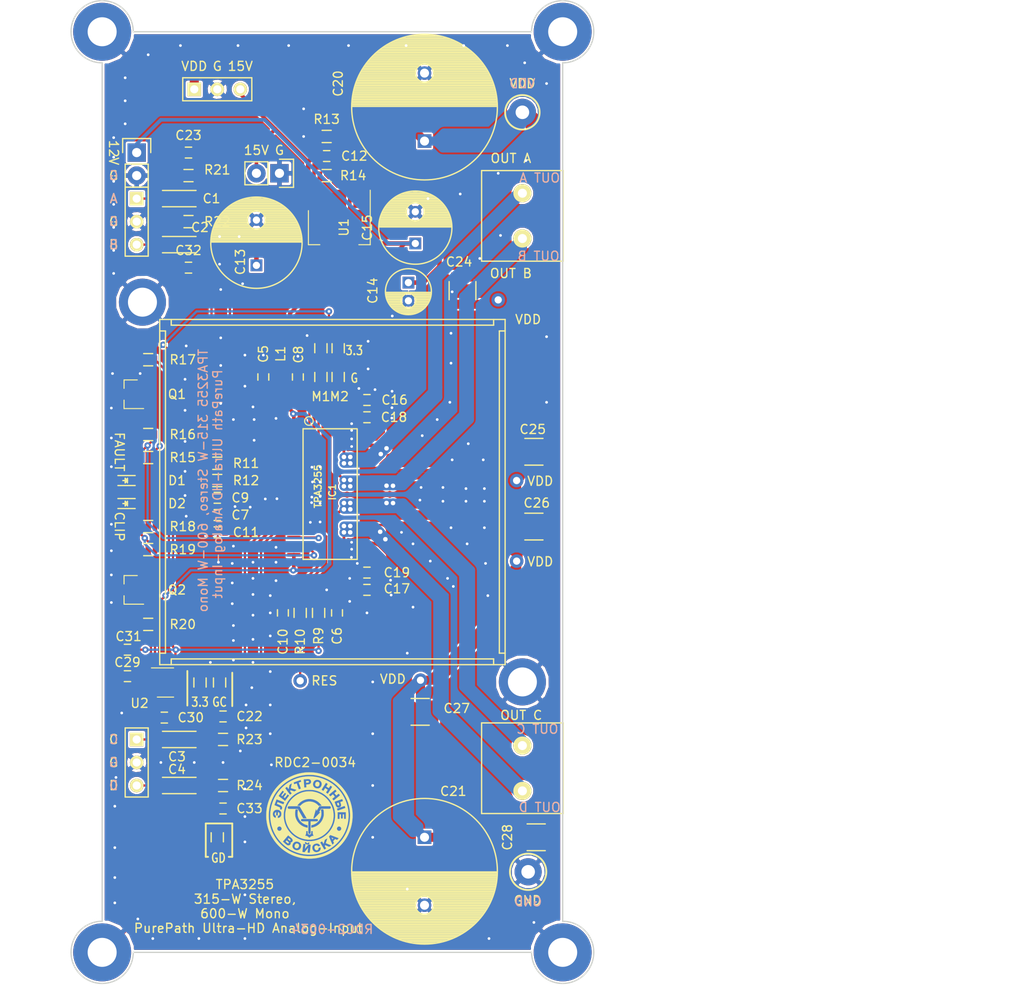
<source format=kicad_pcb>
(kicad_pcb (version 4) (host pcbnew 4.0.5)
  (layers (0 F.Cu signal) (31 B.Cu signal) (34 B.Paste user) (35 F.Paste user) (36 B.SilkS user) (37 F.SilkS user) (38 B.Mask user) (39 F.Mask user) (44 Edge.Cuts user))
  (net 0 "")
  (net 1 GND)
  (net 2 "Net-(C1-Pad1)")
  (net 3 INC)
  (net 4 IND)
  (net 5 "Net-(C5-Pad1)")
  (net 6 "Net-(C6-Pad1)")
  (net 7 "Net-(C7-Pad1)")
  (net 8 12V)
  (net 9 "Net-(C9-Pad1)")
  (net 10 "Net-(C10-Pad1)")
  (net 11 "Net-(C11-Pad1)")
  (net 12 15V)
  (net 13 "Net-(C14-Pad1)")
  (net 14 "Net-(C16-Pad1)")
  (net 15 "Net-(C16-Pad2)")
  (net 16 "Net-(C17-Pad1)")
  (net 17 "Net-(C17-Pad2)")
  (net 18 "Net-(C18-Pad1)")
  (net 19 "Net-(C18-Pad2)")
  (net 20 "Net-(C19-Pad1)")
  (net 21 "Net-(C19-Pad2)")
  (net 22 VDD)
  (net 23 "Net-(D1-Pad2)")
  (net 24 "Net-(D2-Pad2)")
  (net 25 "Net-(IC1-Pad3)")
  (net 26 "Net-(IC1-Pad4)")
  (net 27 "Net-(IC1-Pad7)")
  (net 28 "Net-(IC1-Pad8)")
  (net 29 FAULT)
  (net 30 CLIP)
  (net 31 "Net-(Q1-Pad1)")
  (net 32 "Net-(Q2-Pad1)")
  (net 33 +3V3)
  (net 34 "Net-(C1-Pad2)")
  (net 35 "Net-(C2-Pad2)")
  (net 36 "Net-(C3-Pad2)")
  (net 37 "Net-(C4-Pad2)")
  (net 38 RES)
  (net 39 "Net-(C30-Pad2)")
  (net 40 "Net-(C2-Pad1)")
  (net 41 "Net-(C3-Pad1)")
  (net 42 "Net-(C4-Pad1)")
  (net 43 "Net-(C23-Pad2)")
  (net 44 "Net-(C32-Pad2)")
  (module Heatsinks:Heatsink_37x37mm_SpringFixation (layer F.Cu) (at 99.06 83.82)
    (fp_text reference REF** hide)
    (fp_text value Heatsink_37x37mm_SpringFixation)
    (pad 1 thru_hole circle (at 20.955 20.955) (size 5.2 5.2) (drill 3.2) (layers *.Cu *.Mask) (net 1 GND))
    (pad 1 thru_hole circle (at -20.955 -20.955) (size 5.2 5.2) (drill 3.2) (layers *.Cu *.Mask) (net 1 GND))
  )
  (module Capacitors_Tantalum_SMD:TantalC_SizeA_EIA-3216_Reflow (layer F.Cu) (at 81.915 51.435 180)
    (fp_text reference C1 (at -3.81 0 180) (layer F.SilkS))
    (fp_text value 10)
    (pad 2 smd rect (at 1.31 0 180) (size 1.8 1.23) (layers F.Cu F.Paste F.Mask) (net 34 "Net-(C1-Pad2)"))
    (pad 1 smd rect (at -1.31 0 180) (size 1.8 1.23) (layers F.Cu F.Paste F.Mask) (net 2 "Net-(C1-Pad1)"))
  )
  (module Capacitors_Tantalum_SMD:TantalC_SizeA_EIA-3216_Reflow (layer F.Cu) (at 81.915 56.515 180)
    (fp_text reference C2 (at -2.54 1.905 180) (layer F.SilkS))
    (fp_text value 10)
    (pad 2 smd rect (at 1.31 0 180) (size 1.8 1.23) (layers F.Cu F.Paste F.Mask) (net 35 "Net-(C2-Pad2)"))
    (pad 1 smd rect (at -1.31 0 180) (size 1.8 1.23) (layers F.Cu F.Paste F.Mask) (net 40 "Net-(C2-Pad1)"))
  )
  (module Capacitors_Tantalum_SMD:TantalC_SizeA_EIA-3216_Reflow (layer F.Cu) (at 81.915 111.125 180)
    (fp_text reference C3 (at 0 -1.9 180) (layer F.SilkS))
    (fp_text value 10)
    (pad 2 smd rect (at 1.31 0 180) (size 1.8 1.23) (layers F.Cu F.Paste F.Mask) (net 36 "Net-(C3-Pad2)"))
    (pad 1 smd rect (at -1.31 0 180) (size 1.8 1.23) (layers F.Cu F.Paste F.Mask) (net 41 "Net-(C3-Pad1)"))
  )
  (module Capacitors_Tantalum_SMD:TantalC_SizeA_EIA-3216_Reflow (layer F.Cu) (at 81.915 116.205 180)
    (fp_text reference C4 (at 0 1.778 180) (layer F.SilkS))
    (fp_text value 10)
    (pad 2 smd rect (at 1.31 0 180) (size 1.8 1.23) (layers F.Cu F.Paste F.Mask) (net 37 "Net-(C4-Pad2)"))
    (pad 1 smd rect (at -1.31 0 180) (size 1.8 1.23) (layers F.Cu F.Paste F.Mask) (net 42 "Net-(C4-Pad1)"))
  )
  (module Capacitors_SMD:C_0603 (layer F.Cu) (at 91.44 71.12 90)
    (fp_text reference C5 (at 2.54 0 90) (layer F.SilkS))
    (fp_text value 0,1)
    (pad 1 smd rect (at -0.75 0 90) (size 0.8 0.75) (layers F.Cu F.Paste F.Mask) (net 5 "Net-(C5-Pad1)"))
    (pad 2 smd rect (at 0.75 0 90) (size 0.8 0.75) (layers F.Cu F.Paste F.Mask) (net 1 GND))
  )
  (module Capacitors_SMD:C_0603 (layer F.Cu) (at 99.568 97.155 270)
    (fp_text reference C6 (at 2.54 0 270) (layer F.SilkS))
    (fp_text value 100)
    (pad 1 smd rect (at -0.75 0 270) (size 0.8 0.75) (layers F.Cu F.Paste F.Mask) (net 6 "Net-(C6-Pad1)"))
    (pad 2 smd rect (at 0.75 0 270) (size 0.8 0.75) (layers F.Cu F.Paste F.Mask) (net 1 GND))
  )
  (module Capacitors_SMD:C_0603 (layer F.Cu) (at 86.36 86.36 180)
    (fp_text reference C7 (at -2.54 0 180) (layer F.SilkS))
    (fp_text value "1 uF")
    (pad 1 smd rect (at -0.75 0 180) (size 0.8 0.75) (layers F.Cu F.Paste F.Mask) (net 7 "Net-(C7-Pad1)"))
    (pad 2 smd rect (at 0.75 0 180) (size 0.8 0.75) (layers F.Cu F.Paste F.Mask) (net 1 GND))
  )
  (module Capacitors_SMD:C_0603 (layer F.Cu) (at 95.25 71.12 90)
    (fp_text reference C8 (at 2.4765 0.0635 90) (layer F.SilkS))
    (fp_text value C)
    (pad 1 smd rect (at -0.75 0 90) (size 0.8 0.75) (layers F.Cu F.Paste F.Mask) (net 8 12V))
    (pad 2 smd rect (at 0.75 0 90) (size 0.8 0.75) (layers F.Cu F.Paste F.Mask) (net 1 GND))
  )
  (module Capacitors_SMD:C_0603 (layer F.Cu) (at 86.36 84.455 180)
    (fp_text reference C9 (at -2.54 0 180) (layer F.SilkS))
    (fp_text value "1 uF")
    (pad 1 smd rect (at -0.75 0 180) (size 0.8 0.75) (layers F.Cu F.Paste F.Mask) (net 9 "Net-(C9-Pad1)"))
    (pad 2 smd rect (at 0.75 0 180) (size 0.8 0.75) (layers F.Cu F.Paste F.Mask) (net 1 GND))
  )
  (module Capacitors_SMD:C_0603 (layer F.Cu) (at 93.599 97.155 270)
    (fp_text reference C10 (at 3.175 0 270) (layer F.SilkS))
    (fp_text value 0,1)
    (pad 1 smd rect (at -0.75 0 270) (size 0.8 0.75) (layers F.Cu F.Paste F.Mask) (net 10 "Net-(C10-Pad1)"))
    (pad 2 smd rect (at 0.75 0 270) (size 0.8 0.75) (layers F.Cu F.Paste F.Mask) (net 1 GND))
  )
  (module Capacitors_SMD:C_0603 (layer F.Cu) (at 86.36 88.265 180)
    (fp_text reference C11 (at -3.175 0 180) (layer F.SilkS))
    (fp_text value "0,047 uF")
    (pad 1 smd rect (at -0.75 0 180) (size 0.8 0.75) (layers F.Cu F.Paste F.Mask) (net 11 "Net-(C11-Pad1)"))
    (pad 2 smd rect (at 0.75 0 180) (size 0.8 0.75) (layers F.Cu F.Paste F.Mask) (net 1 GND))
  )
  (module Capacitors_SMD:C_0603 (layer F.Cu) (at 98.425 46.736 180)
    (fp_text reference C12 (at -3.048 0 180) (layer F.SilkS))
    (fp_text value 0,1)
    (pad 1 smd rect (at -0.75 0 180) (size 0.8 0.75) (layers F.Cu F.Paste F.Mask) (net 1 GND))
    (pad 2 smd rect (at 0.75 0 180) (size 0.8 0.75) (layers F.Cu F.Paste F.Mask) (net 12 15V))
  )
  (module Capacitors_ThroughHole:C_Radial_D10_L13_P5 (layer F.Cu) (at 90.678 58.801 90)
    (fp_text reference C13 (at 0.381 -1.778 90) (layer F.SilkS))
    (fp_text value "470 uF")
    (pad 1 thru_hole rect (at 0 0 90) (size 1.3 1.3) (drill 0.8) (layers *.Cu *.Mask) (net 12 15V))
    (pad 2 thru_hole circle (at 5 0 90) (size 1.3 1.3) (drill 0.8) (layers *.Cu *.Mask) (net 1 GND))
  )
  (module Capacitors_ThroughHole:C_Radial_D5_L11_P2 (layer F.Cu) (at 107.442 60.706 270)
    (fp_text reference C14 (at 0.889 3.937 270) (layer F.SilkS))
    (fp_text value "10 uF")
    (pad 1 thru_hole rect (at 0 0 270) (size 1.3 1.3) (drill 0.8) (layers *.Cu *.Mask) (net 13 "Net-(C14-Pad1)"))
    (pad 2 thru_hole circle (at 2 0 270) (size 1.3 1.3) (drill 0.8) (layers *.Cu *.Mask) (net 1 GND))
  )
  (module Capacitors_ThroughHole:C_Radial_D8_L11.5_P3.5 (layer F.Cu) (at 108.204 56.388 90)
    (fp_text reference C15 (at 1.75 -5.3 90) (layer F.SilkS))
    (fp_text value "100 uF")
    (pad 2 thru_hole circle (at 3.5 0 90) (size 1.3 1.3) (drill 0.8) (layers *.Cu *.Mask) (net 1 GND))
    (pad 1 thru_hole rect (at 0 0 90) (size 1.3 1.3) (drill 0.8) (layers *.Cu *.Mask) (net 8 12V))
  )
  (module Capacitors_SMD:C_0603 (layer F.Cu) (at 102.87 73.66)
    (fp_text reference C16 (at 3.048 0) (layer F.SilkS))
    (fp_text value 0,033)
    (pad 1 smd rect (at -0.75 0) (size 0.8 0.75) (layers F.Cu F.Paste F.Mask) (net 14 "Net-(C16-Pad1)"))
    (pad 2 smd rect (at 0.75 0) (size 0.8 0.75) (layers F.Cu F.Paste F.Mask) (net 15 "Net-(C16-Pad2)"))
  )
  (module Capacitors_SMD:C_0603 (layer F.Cu) (at 102.87 94.615 180)
    (fp_text reference C17 (at -3.302 0.127 180) (layer F.SilkS))
    (fp_text value 0,033)
    (pad 1 smd rect (at -0.75 0 180) (size 0.8 0.75) (layers F.Cu F.Paste F.Mask) (net 16 "Net-(C17-Pad1)"))
    (pad 2 smd rect (at 0.75 0 180) (size 0.8 0.75) (layers F.Cu F.Paste F.Mask) (net 17 "Net-(C17-Pad2)"))
  )
  (module Capacitors_SMD:C_0603 (layer F.Cu) (at 102.87 75.565)
    (fp_text reference C18 (at 2.9845 0) (layer F.SilkS))
    (fp_text value 0,033)
    (pad 1 smd rect (at -0.75 0) (size 0.8 0.75) (layers F.Cu F.Paste F.Mask) (net 18 "Net-(C18-Pad1)"))
    (pad 2 smd rect (at 0.75 0) (size 0.8 0.75) (layers F.Cu F.Paste F.Mask) (net 19 "Net-(C18-Pad2)"))
  )
  (module Capacitors_SMD:C_0603 (layer F.Cu) (at 102.87 92.71 180)
    (fp_text reference C19 (at -3.302 0 180) (layer F.SilkS))
    (fp_text value 0,033)
    (pad 1 smd rect (at -0.75 0 180) (size 0.8 0.75) (layers F.Cu F.Paste F.Mask) (net 20 "Net-(C19-Pad1)"))
    (pad 2 smd rect (at 0.75 0 180) (size 0.8 0.75) (layers F.Cu F.Paste F.Mask) (net 21 "Net-(C19-Pad2)"))
  )
  (module Capacitors_ThroughHole:C_Radial_D16_L25_P7.5 (layer F.Cu) (at 109.22 45.085 90)
    (fp_text reference C20 (at 6.35 -9.525 90) (layer F.SilkS))
    (fp_text value "1000 uF")
    (pad 1 thru_hole rect (at 0 0 90) (size 1.5 1.5) (drill 1) (layers *.Cu *.Mask) (net 22 VDD))
    (pad 2 thru_hole circle (at 7.5 0 90) (size 1.5 1.5) (drill 1) (layers *.Cu *.Mask) (net 1 GND))
  )
  (module Capacitors_ThroughHole:C_Radial_D16_L25_P7.5 (layer F.Cu) (at 109.22 121.92 270)
    (fp_text reference C21 (at -5.08 -3.175 360) (layer F.SilkS))
    (fp_text value "1000 uF")
    (pad 1 thru_hole rect (at 0 0 270) (size 1.5 1.5) (drill 1) (layers *.Cu *.Mask) (net 22 VDD))
    (pad 2 thru_hole circle (at 7.5 0 270) (size 1.5 1.5) (drill 1) (layers *.Cu *.Mask) (net 1 GND))
  )
  (module Capacitors_SMD:C_1210 (layer F.Cu) (at 113.411 61.595 270)
    (fp_text reference C24 (at -3.175 0.381 360) (layer F.SilkS))
    (fp_text value 2,2)
    (pad 1 smd rect (at -1.5 0 270) (size 1 2.5) (layers F.Cu F.Paste F.Mask) (net 1 GND))
    (pad 2 smd rect (at 1.5 0 270) (size 1 2.5) (layers F.Cu F.Paste F.Mask) (net 22 VDD))
  )
  (module Capacitors_SMD:C_1210 (layer F.Cu) (at 121.285 79.375 180)
    (fp_text reference C25 (at 0.127 2.4765 180) (layer F.SilkS))
    (fp_text value 2,2)
    (pad 1 smd rect (at -1.5 0 180) (size 1 2.5) (layers F.Cu F.Paste F.Mask) (net 1 GND))
    (pad 2 smd rect (at 1.5 0 180) (size 1 2.5) (layers F.Cu F.Paste F.Mask) (net 22 VDD))
  )
  (module Capacitors_SMD:C_1210 (layer F.Cu) (at 121.285 87.63 180)
    (fp_text reference C26 (at -0.3175 2.6035 180) (layer F.SilkS))
    (fp_text value 2,2)
    (pad 1 smd rect (at -1.5 0 180) (size 1 2.5) (layers F.Cu F.Paste F.Mask) (net 1 GND))
    (pad 2 smd rect (at 1.5 0 180) (size 1 2.5) (layers F.Cu F.Paste F.Mask) (net 22 VDD))
  )
  (module Capacitors_SMD:C_1210 (layer F.Cu) (at 108.7374 108.077)
    (fp_text reference C27 (at 4.0386 -0.381) (layer F.SilkS))
    (fp_text value 2,2)
    (pad 1 smd rect (at -1.5 0) (size 1 2.5) (layers F.Cu F.Paste F.Mask) (net 1 GND))
    (pad 2 smd rect (at 1.5 0) (size 1 2.5) (layers F.Cu F.Paste F.Mask) (net 22 VDD))
  )
  (module Capacitors_SMD:C_1210 (layer F.Cu) (at 121.539 121.92 180)
    (fp_text reference C28 (at 3.175 0 270) (layer F.SilkS))
    (fp_text value 2,2)
    (pad 1 smd rect (at -1.5 0 180) (size 1 2.5) (layers F.Cu F.Paste F.Mask) (net 1 GND))
    (pad 2 smd rect (at 1.5 0 180) (size 1 2.5) (layers F.Cu F.Paste F.Mask) (net 22 VDD))
  )
  (module LEDs:LED_0603 (layer F.Cu) (at 76.2 82.55 180)
    (fp_text reference D1 (at -5.715 0 180) (layer F.SilkS))
    (fp_text value LED)
    (pad 2 smd rect (at 0.7493 0) (size 0.79756 0.79756) (layers F.Cu F.Paste F.Mask) (net 23 "Net-(D1-Pad2)"))
    (pad 1 smd rect (at -0.7493 0) (size 0.79756 0.79756) (layers F.Cu F.Paste F.Mask) (net 1 GND))
  )
  (module LEDs:LED_0603 (layer F.Cu) (at 76.2 85.09 180)
    (fp_text reference D2 (at -5.715 0 180) (layer F.SilkS))
    (fp_text value LED)
    (pad 2 smd rect (at 0.7493 0) (size 0.79756 0.79756) (layers F.Cu F.Paste F.Mask) (net 24 "Net-(D2-Pad2)"))
    (pad 1 smd rect (at -0.7493 0) (size 0.79756 0.79756) (layers F.Cu F.Paste F.Mask) (net 1 GND))
  )
  (module NewComponents:Clem_2Pos_P5 (layer F.Cu) (at 120.015 53.34 270)
    (fp_text reference J1 hide)
    (fp_text value Screw_Terminal_1x02)
    (pad 2 thru_hole circle (at 2.5 0 270) (size 2 2) (drill 1) (layers *.Cu *.Mask F.SilkS) (net 14 "Net-(C16-Pad1)"))
    (pad 1 thru_hole circle (at -2.5 0 270) (size 2 2) (drill 1) (layers *.Cu *.Mask F.SilkS) (net 18 "Net-(C18-Pad1)"))
  )
  (module NewComponents:Clem_2Pos_P5 (layer F.Cu) (at 120.015 114.3 270)
    (fp_text reference J2 hide)
    (fp_text value Screw_Terminal_1x02)
    (pad 2 thru_hole circle (at 2.5 0 270) (size 2 2) (drill 1) (layers *.Cu *.Mask F.SilkS) (net 21 "Net-(C19-Pad2)"))
    (pad 1 thru_hole circle (at -2.5 0 270) (size 2 2) (drill 1) (layers *.Cu *.Mask F.SilkS) (net 17 "Net-(C17-Pad2)"))
  )
  (module Inductors_NEOSID:Neosid_Inductor_SM0603CG (layer F.Cu) (at 93.345 71.12 90)
    (fp_text reference L1 (at 2.54 0 90) (layer F.SilkS))
    (fp_text value 10μH)
    (pad 2 smd rect (at 0.70104 0 90) (size 0.59944 1.19888) (layers F.Cu F.Paste F.Mask) (net 5 "Net-(C5-Pad1)"))
    (pad 1 smd rect (at -0.70104 0 90) (size 0.59944 1.19888) (layers F.Cu F.Paste F.Mask) (net 8 12V))
  )
  (module Measurement_Points:Measurement_Point_Round-TH_Big (layer F.Cu) (at 120.015 41.91)
    (fp_text reference P4 hide)
    (fp_text value CONN_01X01)
    (pad 1 thru_hole circle (at 0 0) (size 3 3) (drill 1.5) (layers *.Cu *.Mask) (net 22 VDD))
  )
  (module Measurement_Points:Measurement_Point_Round-TH_Big (layer F.Cu) (at 120.65 125.73)
    (fp_text reference P5 hide)
    (fp_text value CONN_01X01)
    (pad 1 thru_hole circle (at 0 0) (size 3 3) (drill 1.5) (layers *.Cu *.Mask) (net 1 GND))
  )
  (module TO_SOT_Packages_SMD:SOT-23 (layer F.Cu) (at 76.835 73.025 180)
    (fp_text reference Q1 (at -5.08 0 180) (layer F.SilkS))
    (fp_text value 2N7002)
    (pad 1 smd rect (at -1 -0.95 180) (size 0.9 0.8) (layers F.Cu F.Paste F.Mask) (net 31 "Net-(Q1-Pad1)"))
    (pad 2 smd rect (at -1 0.95 180) (size 0.9 0.8) (layers F.Cu F.Paste F.Mask) (net 1 GND))
    (pad 3 smd rect (at 1 0 180) (size 0.9 0.8) (layers F.Cu F.Paste F.Mask) (net 23 "Net-(D1-Pad2)"))
  )
  (module TO_SOT_Packages_SMD:SOT-23 (layer F.Cu) (at 76.835 94.615 180)
    (fp_text reference Q2 (at -5.08 0 180) (layer F.SilkS))
    (fp_text value 2N7002)
    (pad 1 smd rect (at -1 -0.95 180) (size 0.9 0.8) (layers F.Cu F.Paste F.Mask) (net 32 "Net-(Q2-Pad1)"))
    (pad 2 smd rect (at -1 0.95 180) (size 0.9 0.8) (layers F.Cu F.Paste F.Mask) (net 1 GND))
    (pad 3 smd rect (at 1 0 180) (size 0.9 0.8) (layers F.Cu F.Paste F.Mask) (net 24 "Net-(D2-Pad2)"))
  )
  (module Resistors_SMD:R_0603 (layer F.Cu) (at 84.455 104.8385 90)
    (fp_text reference R1 hide)
    (fp_text value R)
    (pad 1 smd rect (at -0.75 0 90) (size 0.5 0.9) (layers F.Cu F.Paste F.Mask) (net 3 INC))
    (pad 2 smd rect (at 0.75 0 90) (size 0.5 0.9) (layers F.Cu F.Paste F.Mask) (net 33 +3V3))
  )
  (module Resistors_SMD:R_0603 (layer F.Cu) (at 86.614 104.8385 90)
    (fp_text reference R2 hide)
    (fp_text value R)
    (pad 1 smd rect (at -0.75 0 90) (size 0.5 0.9) (layers F.Cu F.Paste F.Mask) (net 3 INC))
    (pad 2 smd rect (at 0.75 0 90) (size 0.5 0.9) (layers F.Cu F.Paste F.Mask) (net 1 GND))
  )
  (module Resistors_SMD:R_0603 (layer F.Cu) (at 86.36 121.92 270)
    (fp_text reference R4 hide)
    (fp_text value R)
    (pad 1 smd rect (at -0.75 0 270) (size 0.5 0.9) (layers F.Cu F.Paste F.Mask) (net 4 IND))
    (pad 2 smd rect (at 0.75 0 270) (size 0.5 0.9) (layers F.Cu F.Paste F.Mask) (net 1 GND))
  )
  (module Resistors_SMD:R_0603 (layer F.Cu) (at 99.695 67.945 90)
    (fp_text reference R5 hide)
    (fp_text value R)
    (pad 1 smd rect (at -0.75 0 90) (size 0.5 0.9) (layers F.Cu F.Paste F.Mask) (net 26 "Net-(IC1-Pad4)"))
    (pad 2 smd rect (at 0.75 0 90) (size 0.5 0.9) (layers F.Cu F.Paste F.Mask) (net 33 +3V3))
  )
  (module Resistors_SMD:R_0603 (layer F.Cu) (at 99.695 71.12 90)
    (fp_text reference R6 hide)
    (fp_text value R)
    (pad 1 smd rect (at -0.75 0 90) (size 0.5 0.9) (layers F.Cu F.Paste F.Mask) (net 1 GND))
    (pad 2 smd rect (at 0.75 0 90) (size 0.5 0.9) (layers F.Cu F.Paste F.Mask) (net 26 "Net-(IC1-Pad4)"))
  )
  (module Resistors_SMD:R_0603 (layer F.Cu) (at 97.79 67.945 90)
    (fp_text reference R7 hide)
    (fp_text value R)
    (pad 1 smd rect (at -0.75 0 90) (size 0.5 0.9) (layers F.Cu F.Paste F.Mask) (net 25 "Net-(IC1-Pad3)"))
    (pad 2 smd rect (at 0.75 0 90) (size 0.5 0.9) (layers F.Cu F.Paste F.Mask) (net 33 +3V3))
  )
  (module Resistors_SMD:R_0603 (layer F.Cu) (at 97.79 71.12 90)
    (fp_text reference R8 hide)
    (fp_text value R)
    (pad 1 smd rect (at -0.75 0 90) (size 0.5 0.9) (layers F.Cu F.Paste F.Mask) (net 1 GND))
    (pad 2 smd rect (at 0.75 0 90) (size 0.5 0.9) (layers F.Cu F.Paste F.Mask) (net 25 "Net-(IC1-Pad3)"))
  )
  (module Resistors_SMD:R_0603 (layer F.Cu) (at 97.536 97.155 90)
    (fp_text reference R9 (at -2.54 0 90) (layer F.SilkS))
    (fp_text value 10K)
    (pad 1 smd rect (at -0.75 0 90) (size 0.5 0.9) (layers F.Cu F.Paste F.Mask) (net 33 +3V3))
    (pad 2 smd rect (at 0.75 0 90) (size 0.5 0.9) (layers F.Cu F.Paste F.Mask) (net 6 "Net-(C6-Pad1)"))
  )
  (module Resistors_SMD:R_0603 (layer F.Cu) (at 95.504 97.155 90)
    (fp_text reference R10 (at -3.175 0 90) (layer F.SilkS))
    (fp_text value 100)
    (pad 1 smd rect (at -0.75 0 90) (size 0.5 0.9) (layers F.Cu F.Paste F.Mask) (net 38 RES))
    (pad 2 smd rect (at 0.75 0 90) (size 0.5 0.9) (layers F.Cu F.Paste F.Mask) (net 6 "Net-(C6-Pad1)"))
  )
  (module Resistors_SMD:R_0603 (layer F.Cu) (at 86.36 80.645)
    (fp_text reference R11 (at 3.175 0) (layer F.SilkS))
    (fp_text value 22K)
    (pad 1 smd rect (at -0.75 0) (size 0.5 0.9) (layers F.Cu F.Paste F.Mask) (net 1 GND))
    (pad 2 smd rect (at 0.75 0) (size 0.5 0.9) (layers F.Cu F.Paste F.Mask) (net 27 "Net-(IC1-Pad7)"))
  )
  (module Resistors_SMD:R_0603 (layer F.Cu) (at 86.36 82.55)
    (fp_text reference R12 (at 3.175 0) (layer F.SilkS))
    (fp_text value 30K)
    (pad 1 smd rect (at -0.75 0) (size 0.5 0.9) (layers F.Cu F.Paste F.Mask) (net 1 GND))
    (pad 2 smd rect (at 0.75 0) (size 0.5 0.9) (layers F.Cu F.Paste F.Mask) (net 28 "Net-(IC1-Pad8)"))
  )
  (module Resistors_SMD:R_0603 (layer F.Cu) (at 98.425 44.577)
    (fp_text reference R13 (at 0 -1.9) (layer F.SilkS))
    (fp_text value 4k7)
    (pad 1 smd rect (at -0.75 0) (size 0.5 0.9) (layers F.Cu F.Paste F.Mask) (net 1 GND))
    (pad 2 smd rect (at 0.75 0) (size 0.5 0.9) (layers F.Cu F.Paste F.Mask) (net 13 "Net-(C14-Pad1)"))
  )
  (module Resistors_SMD:R_0603 (layer F.Cu) (at 98.425 48.895 180)
    (fp_text reference R14 (at -2.921 0 180) (layer F.SilkS))
    (fp_text value 560R)
    (pad 1 smd rect (at -0.75 0 180) (size 0.5 0.9) (layers F.Cu F.Paste F.Mask) (net 13 "Net-(C14-Pad1)"))
    (pad 2 smd rect (at 0.75 0 180) (size 0.5 0.9) (layers F.Cu F.Paste F.Mask) (net 8 12V))
  )
  (module Resistors_SMD:R_0603 (layer F.Cu) (at 78.74 80.01 180)
    (fp_text reference R15 (at -3.81 0 180) (layer F.SilkS))
    (fp_text value 47K)
    (pad 1 smd rect (at -0.75 0 180) (size 0.5 0.9) (layers F.Cu F.Paste F.Mask) (net 33 +3V3))
    (pad 2 smd rect (at 0.75 0 180) (size 0.5 0.9) (layers F.Cu F.Paste F.Mask) (net 29 FAULT))
  )
  (module Resistors_SMD:R_0603 (layer F.Cu) (at 78.74 77.47 180)
    (fp_text reference R16 (at -3.81 0 180) (layer F.SilkS))
    (fp_text value 100)
    (pad 1 smd rect (at -0.75 0 180) (size 0.5 0.9) (layers F.Cu F.Paste F.Mask) (net 29 FAULT))
    (pad 2 smd rect (at 0.75 0 180) (size 0.5 0.9) (layers F.Cu F.Paste F.Mask) (net 31 "Net-(Q1-Pad1)"))
  )
  (module Resistors_SMD:R_0603 (layer F.Cu) (at 78.74 69.215 180)
    (fp_text reference R17 (at -3.81 0 180) (layer F.SilkS))
    (fp_text value 1K)
    (pad 1 smd rect (at -0.75 0 180) (size 0.5 0.9) (layers F.Cu F.Paste F.Mask) (net 8 12V))
    (pad 2 smd rect (at 0.75 0 180) (size 0.5 0.9) (layers F.Cu F.Paste F.Mask) (net 23 "Net-(D1-Pad2)"))
  )
  (module Resistors_SMD:R_0603 (layer F.Cu) (at 78.74 87.63 180)
    (fp_text reference R18 (at -3.81 0 180) (layer F.SilkS))
    (fp_text value 47K)
    (pad 1 smd rect (at -0.75 0 180) (size 0.5 0.9) (layers F.Cu F.Paste F.Mask) (net 33 +3V3))
    (pad 2 smd rect (at 0.75 0 180) (size 0.5 0.9) (layers F.Cu F.Paste F.Mask) (net 30 CLIP))
  )
  (module Resistors_SMD:R_0603 (layer F.Cu) (at 78.74 90.17 180)
    (fp_text reference R19 (at -3.81 0 180) (layer F.SilkS))
    (fp_text value 100)
    (pad 1 smd rect (at -0.75 0 180) (size 0.5 0.9) (layers F.Cu F.Paste F.Mask) (net 30 CLIP))
    (pad 2 smd rect (at 0.75 0 180) (size 0.5 0.9) (layers F.Cu F.Paste F.Mask) (net 32 "Net-(Q2-Pad1)"))
  )
  (module Resistors_SMD:R_0603 (layer F.Cu) (at 78.74 98.425 180)
    (fp_text reference R20 (at -3.81 0 180) (layer F.SilkS))
    (fp_text value 1K)
    (pad 1 smd rect (at -0.75 0 180) (size 0.5 0.9) (layers F.Cu F.Paste F.Mask) (net 8 12V))
    (pad 2 smd rect (at 0.75 0 180) (size 0.5 0.9) (layers F.Cu F.Paste F.Mask) (net 24 "Net-(D2-Pad2)"))
  )
  (module TO_SOT_Packages_SMD:SOT-223 (layer F.Cu) (at 99.822 54.61 270)
    (fp_text reference U1 (at 0 -0.508 270) (layer F.SilkS))
    (fp_text value LM317_SOT223)
    (pad 4 smd rect (at 3.15 0 270) (size 2 3.8) (layers F.Cu F.Paste F.Mask))
    (pad 2 smd rect (at -3.15 0 270) (size 2 1.5) (layers F.Cu F.Paste F.Mask) (net 8 12V))
    (pad 3 smd rect (at -3.15 2.3 270) (size 2 1.5) (layers F.Cu F.Paste F.Mask) (net 12 15V))
    (pad 1 smd rect (at -3.15 -2.3 270) (size 2 1.5) (layers F.Cu F.Paste F.Mask) (net 13 "Net-(C14-Pad1)"))
  )
  (module NewComponents:TSSOP-44 (layer F.Cu) (at 99.06 83.82 270)
    (fp_text reference IC1 (at 0 0 270) (layer F.SilkS) (effects (font (size 0.7493 0.7493) (thickness 0.14986))))
    (fp_text value TPA3255 (at -0.635 1.5875 270) (layer F.SilkS) (effects (font (size 0.7493 0.7493) (thickness 0.14986))))
    (pad 23 smd rect (at 6.9215 -3.7338 270) (size 0.4 1.45) (layers F.Cu F.Paste F.Mask) (net 20 "Net-(C19-Pad1)"))
    (pad 24 smd rect (at 6.2865 -3.7338 270) (size 0.4 1.45) (layers F.Cu F.Paste F.Mask) (net 16 "Net-(C17-Pad1)"))
    (pad 25 smd rect (at 5.6515 -3.7338 270) (size 0.4 1.45) (layers F.Cu F.Paste F.Mask) (net 1 GND))
    (pad 26 smd rect (at 5.0165 -3.7338 270) (size 0.4 1.45) (layers F.Cu F.Paste F.Mask) (net 1 GND))
    (pad 27 smd rect (at 4.3815 -3.7338 270) (size 0.4 1.45) (layers F.Cu F.Paste F.Mask) (net 21 "Net-(C19-Pad2)"))
    (pad 28 smd rect (at 3.7465 -3.7338 270) (size 0.4 1.45) (layers F.Cu F.Paste F.Mask) (net 21 "Net-(C19-Pad2)"))
    (pad 29 smd rect (at 3.1115 -3.7338 270) (size 0.4 1.45) (layers F.Cu F.Paste F.Mask) (net 22 VDD))
    (pad 30 smd rect (at 2.4765 -3.7338 270) (size 0.4 1.45) (layers F.Cu F.Paste F.Mask) (net 22 VDD))
    (pad 31 smd rect (at 1.8415 -3.7338 270) (size 0.4 1.45) (layers F.Cu F.Paste F.Mask) (net 22 VDD))
    (pad 32 smd rect (at 1.2065 -3.7338 270) (size 0.4 1.45) (layers F.Cu F.Paste F.Mask) (net 17 "Net-(C17-Pad2)"))
    (pad 33 smd rect (at 0.5715 -3.7338 270) (size 0.4 1.45) (layers F.Cu F.Paste F.Mask) (net 1 GND))
    (pad 34 smd rect (at -0.0635 -3.7338 270) (size 0.4 1.45) (layers F.Cu F.Paste F.Mask) (net 1 GND))
    (pad 36 smd rect (at -1.3335 -3.7338 270) (size 0.4 1.45) (layers F.Cu F.Paste F.Mask) (net 22 VDD))
    (pad 35 smd rect (at -0.6985 -3.7338 270) (size 0.4 1.45) (layers F.Cu F.Paste F.Mask) (net 14 "Net-(C16-Pad1)"))
    (pad 37 smd rect (at -1.9685 -3.7338 270) (size 0.4 1.45) (layers F.Cu F.Paste F.Mask) (net 22 VDD))
    (pad 38 smd rect (at -2.6035 -3.7338 270) (size 0.4 1.45) (layers F.Cu F.Paste F.Mask) (net 22 VDD))
    (pad 39 smd rect (at -3.2385 -3.7338 270) (size 0.4 1.45) (layers F.Cu F.Paste F.Mask) (net 18 "Net-(C18-Pad1)"))
    (pad 40 smd rect (at -3.8735 -3.7338 270) (size 0.4 1.45) (layers F.Cu F.Paste F.Mask) (net 18 "Net-(C18-Pad1)"))
    (pad 41 smd rect (at -4.5085 -3.7338 270) (size 0.4 1.45) (layers F.Cu F.Paste F.Mask) (net 1 GND))
    (pad 42 smd rect (at -5.1435 -3.7338 270) (size 0.4 1.45) (layers F.Cu F.Paste F.Mask) (net 1 GND))
    (pad 43 smd rect (at -5.7785 -3.7338 270) (size 0.4 1.45) (layers F.Cu F.Paste F.Mask) (net 15 "Net-(C16-Pad2)"))
    (pad 44 smd rect (at -6.4135 -3.7338 270) (size 0.4 1.45) (layers F.Cu F.Paste F.Mask) (net 19 "Net-(C18-Pad2)"))
    (pad 1 smd rect (at -6.4135 4.2545 270) (size 0.4 1.45) (layers F.Cu F.Paste F.Mask) (net 8 12V))
    (pad 2 smd rect (at -5.7785 4.2545 270) (size 0.4 1.45) (layers F.Cu F.Paste F.Mask) (net 5 "Net-(C5-Pad1)"))
    (pad 3 smd rect (at -5.1435 4.2545 270) (size 0.4 1.45) (layers F.Cu F.Paste F.Mask) (net 25 "Net-(IC1-Pad3)"))
    (pad 4 smd rect (at -4.5085 4.2545 270) (size 0.4 1.45) (layers F.Cu F.Paste F.Mask) (net 26 "Net-(IC1-Pad4)"))
    (pad 5 smd rect (at -3.8735 4.2545 270) (size 0.4 1.45) (layers F.Cu F.Paste F.Mask) (net 43 "Net-(C23-Pad2)"))
    (pad 6 smd rect (at -3.2385 4.2545 270) (size 0.4 1.45) (layers F.Cu F.Paste F.Mask) (net 44 "Net-(C32-Pad2)"))
    (pad 7 smd rect (at -2.6035 4.2545 270) (size 0.4 1.45) (layers F.Cu F.Paste F.Mask) (net 27 "Net-(IC1-Pad7)"))
    (pad 8 smd rect (at -1.9685 4.2545 270) (size 0.4 1.45) (layers F.Cu F.Paste F.Mask) (net 28 "Net-(IC1-Pad8)"))
    (pad 10 smd rect (at -0.6985 4.2545 270) (size 0.4 1.45) (layers F.Cu F.Paste F.Mask))
    (pad 9 smd rect (at -1.3335 4.2545 270) (size 0.4 1.45) (layers F.Cu F.Paste F.Mask))
    (pad 11 smd rect (at -0.0635 4.2545 270) (size 0.4 1.45) (layers F.Cu F.Paste F.Mask) (net 9 "Net-(C9-Pad1)"))
    (pad 12 smd rect (at 0.5715 4.2545 270) (size 0.4 1.45) (layers F.Cu F.Paste F.Mask) (net 1 GND))
    (pad 13 smd rect (at 1.2065 4.2545 270) (size 0.4 1.45) (layers F.Cu F.Paste F.Mask) (net 1 GND))
    (pad 14 smd rect (at 1.8415 4.2545 270) (size 0.4 1.45) (layers F.Cu F.Paste F.Mask) (net 7 "Net-(C7-Pad1)"))
    (pad 15 smd rect (at 2.4765 4.2545 270) (size 0.4 1.45) (layers F.Cu F.Paste F.Mask) (net 11 "Net-(C11-Pad1)"))
    (pad 16 smd rect (at 3.1115 4.2545 270) (size 0.4 1.45) (layers F.Cu F.Paste F.Mask) (net 3 INC))
    (pad 17 smd rect (at 3.7465 4.2545 270) (size 0.4 1.45) (layers F.Cu F.Paste F.Mask) (net 4 IND))
    (pad 18 smd rect (at 4.3815 4.2545 270) (size 0.4 1.45) (layers F.Cu F.Paste F.Mask) (net 6 "Net-(C6-Pad1)"))
    (pad 19 smd rect (at 5.0165 4.2545 270) (size 0.4 1.45) (layers F.Cu F.Paste F.Mask) (net 29 FAULT))
    (pad 20 smd rect (at 5.6515 4.2545 270) (size 0.4 1.45) (layers F.Cu F.Paste F.Mask) (net 10 "Net-(C10-Pad1)"))
    (pad 21 smd rect (at 6.2865 4.2545 270) (size 0.4 1.45) (layers F.Cu F.Paste F.Mask) (net 30 CLIP))
    (pad 22 smd rect (at 6.9215 4.2545 270) (size 0.4 1.45) (layers F.Cu F.Paste F.Mask) (net 8 12V))
  )
  (module NewComponents:Pin_Header_Straight_1x03_mm (layer F.Cu) (at 77.47 51.435)
    (fp_text reference P1 hide)
    (fp_text value InAB)
    (pad 1 thru_hole rect (at 0 0) (size 1.5 1.5) (drill 0.9) (layers *.Cu *.Mask F.SilkS) (net 34 "Net-(C1-Pad2)"))
    (pad 2 thru_hole circle (at 0 2.54) (size 1.5 1.5) (drill 0.9) (layers *.Cu *.Mask F.SilkS) (net 1 GND))
    (pad 3 thru_hole circle (at 0 5.08) (size 1.5 1.5) (drill 0.9) (layers *.Cu *.Mask F.SilkS) (net 35 "Net-(C2-Pad2)"))
  )
  (module NewComponents:Pin_Header_Straight_1x03_mm (layer F.Cu) (at 77.47 111.125)
    (fp_text reference P2 hide)
    (fp_text value InCD)
    (pad 1 thru_hole rect (at 0 0) (size 1.5 1.5) (drill 0.9) (layers *.Cu *.Mask F.SilkS) (net 36 "Net-(C3-Pad2)"))
    (pad 2 thru_hole circle (at 0 2.54) (size 1.5 1.5) (drill 0.9) (layers *.Cu *.Mask F.SilkS) (net 1 GND))
    (pad 3 thru_hole circle (at 0 5.08) (size 1.5 1.5) (drill 0.9) (layers *.Cu *.Mask F.SilkS) (net 37 "Net-(C4-Pad2)"))
  )
  (module NewComponents:Pin_Header_Straight_1x03_mm (layer F.Cu) (at 83.82 39.37 90)
    (fp_text reference P3 hide)
    (fp_text value VDD/15V)
    (pad 1 thru_hole rect (at 0 0 90) (size 1.5 1.5) (drill 0.9) (layers *.Cu *.Mask F.SilkS) (net 22 VDD))
    (pad 2 thru_hole circle (at 0 2.54 90) (size 1.5 1.5) (drill 0.9) (layers *.Cu *.Mask F.SilkS) (net 1 GND))
    (pad 3 thru_hole circle (at 0 5.08 90) (size 1.5 1.5) (drill 0.9) (layers *.Cu *.Mask F.SilkS) (net 12 15V))
  )
  (module Measurement_Points:Measurement_Point_Round-TH_Small (layer F.Cu) (at 117.348 62.611)
    (fp_text reference P6 hide)
    (fp_text value CONN_01X01)
    (pad 1 thru_hole circle (at 0 0) (size 1.5 1.5) (drill 0.8) (layers *.Cu *.Mask) (net 22 VDD))
  )
  (module Measurement_Points:Measurement_Point_Round-TH_Small (layer F.Cu) (at 119.38 82.55)
    (fp_text reference P7 hide)
    (fp_text value CONN_01X01)
    (pad 1 thru_hole circle (at 0 0) (size 1.5 1.5) (drill 0.8) (layers *.Cu *.Mask) (net 22 VDD))
  )
  (module Measurement_Points:Measurement_Point_Round-TH_Small (layer F.Cu) (at 119.38 91.44)
    (fp_text reference P8 hide)
    (fp_text value CONN_01X01)
    (pad 1 thru_hole circle (at 0 0) (size 1.5 1.5) (drill 0.8) (layers *.Cu *.Mask) (net 22 VDD))
  )
  (module Measurement_Points:Measurement_Point_Round-TH_Small (layer F.Cu) (at 108.7755 104.5845)
    (fp_text reference P9 hide)
    (fp_text value CONN_01X01)
    (pad 1 thru_hole circle (at 0 0) (size 1.5 1.5) (drill 0.8) (layers *.Cu *.Mask) (net 22 VDD))
  )
  (module Measurement_Points:Measurement_Point_Round-TH_Small (layer F.Cu) (at 95.504 104.648)
    (fp_text reference P10 hide)
    (fp_text value CONN_01X01)
    (pad 1 thru_hole circle (at 0 0) (size 1.5 1.5) (drill 0.8) (layers *.Cu *.Mask) (net 38 RES))
  )
  (module Capacitors_SMD:C_0603 (layer F.Cu) (at 76.454 104.14)
    (fp_text reference C29 (at 0 -1.524) (layer F.SilkS))
    (fp_text value 1)
    (pad 1 smd rect (at -0.75 0) (size 0.8 0.75) (layers F.Cu F.Paste F.Mask) (net 1 GND))
    (pad 2 smd rect (at 0.75 0) (size 0.8 0.75) (layers F.Cu F.Paste F.Mask) (net 8 12V))
  )
  (module Capacitors_SMD:C_0603 (layer F.Cu) (at 80.518 108.712)
    (fp_text reference C30 (at 2.921 0) (layer F.SilkS))
    (fp_text value 0,01)
    (pad 1 smd rect (at -0.75 0) (size 0.8 0.75) (layers F.Cu F.Paste F.Mask) (net 1 GND))
    (pad 2 smd rect (at 0.75 0) (size 0.8 0.75) (layers F.Cu F.Paste F.Mask) (net 39 "Net-(C30-Pad2)"))
  )
  (module Capacitors_SMD:C_0603 (layer F.Cu) (at 76.454 101.219)
    (fp_text reference C31 (at 0.127 -1.4605) (layer F.SilkS))
    (fp_text value 4,7)
    (pad 1 smd rect (at -0.75 0) (size 0.8 0.75) (layers F.Cu F.Paste F.Mask) (net 1 GND))
    (pad 2 smd rect (at 0.75 0) (size 0.8 0.75) (layers F.Cu F.Paste F.Mask) (net 33 +3V3))
  )
  (module TO_SOT_Packages_SMD:SOT-23-5 (layer F.Cu) (at 80.645 104.8385)
    (fp_text reference U2 (at -2.8575 2.286) (layer F.SilkS))
    (fp_text value LP2985L_3.3V)
    (pad 1 smd rect (at -1.1 -0.95) (size 1.06 0.65) (layers F.Cu F.Paste F.Mask) (net 8 12V))
    (pad 2 smd rect (at -1.1 0) (size 1.06 0.65) (layers F.Cu F.Paste F.Mask) (net 1 GND))
    (pad 3 smd rect (at -1.1 0.95) (size 1.06 0.65) (layers F.Cu F.Paste F.Mask) (net 8 12V))
    (pad 4 smd rect (at 1.1 0.95) (size 1.06 0.65) (layers F.Cu F.Paste F.Mask) (net 39 "Net-(C30-Pad2)"))
    (pad 5 smd rect (at 1.1 -0.95) (size 1.06 0.65) (layers F.Cu F.Paste F.Mask) (net 33 +3V3))
  )
  (module Capacitors_SMD:C_0603 (layer F.Cu) (at 86.995 108.585 180)
    (fp_text reference C22 (at -2.921 0 180) (layer F.SilkS))
    (fp_text value 100)
    (pad 1 smd rect (at -0.75 0 180) (size 0.8 0.75) (layers F.Cu F.Paste F.Mask) (net 3 INC))
    (pad 2 smd rect (at 0.75 0 180) (size 0.8 0.75) (layers F.Cu F.Paste F.Mask) (net 1 GND))
  )
  (module Capacitors_SMD:C_0603 (layer F.Cu) (at 83.185 46.355)
    (fp_text reference C23 (at 0 -1.9) (layer F.SilkS))
    (fp_text value 100)
    (pad 1 smd rect (at -0.75 0) (size 0.8 0.75) (layers F.Cu F.Paste F.Mask) (net 1 GND))
    (pad 2 smd rect (at 0.75 0) (size 0.8 0.75) (layers F.Cu F.Paste F.Mask) (net 43 "Net-(C23-Pad2)"))
  )
  (module Capacitors_SMD:C_0603 (layer F.Cu) (at 83.185 59.055)
    (fp_text reference C32 (at 0 -1.9) (layer F.SilkS))
    (fp_text value 100)
    (pad 1 smd rect (at -0.75 0) (size 0.8 0.75) (layers F.Cu F.Paste F.Mask) (net 1 GND))
    (pad 2 smd rect (at 0.75 0) (size 0.8 0.75) (layers F.Cu F.Paste F.Mask) (net 44 "Net-(C32-Pad2)"))
  )
  (module Capacitors_SMD:C_0603 (layer F.Cu) (at 86.995 118.745 180)
    (fp_text reference C33 (at -2.921 0 180) (layer F.SilkS))
    (fp_text value 100)
    (pad 1 smd rect (at -0.75 0 180) (size 0.8 0.75) (layers F.Cu F.Paste F.Mask) (net 4 IND))
    (pad 2 smd rect (at 0.75 0 180) (size 0.8 0.75) (layers F.Cu F.Paste F.Mask) (net 1 GND))
  )
  (module Resistors_SMD:R_0603 (layer F.Cu) (at 83.185 48.895)
    (fp_text reference R21 (at 3.175 -0.635) (layer F.SilkS))
    (fp_text value 100)
    (pad 1 smd rect (at -0.75 0) (size 0.5 0.9) (layers F.Cu F.Paste F.Mask) (net 2 "Net-(C1-Pad1)"))
    (pad 2 smd rect (at 0.75 0) (size 0.5 0.9) (layers F.Cu F.Paste F.Mask) (net 43 "Net-(C23-Pad2)"))
  )
  (module Resistors_SMD:R_0603 (layer F.Cu) (at 83.185 53.975)
    (fp_text reference R22 (at 3.175 0) (layer F.SilkS))
    (fp_text value 100)
    (pad 1 smd rect (at -0.75 0) (size 0.5 0.9) (layers F.Cu F.Paste F.Mask) (net 40 "Net-(C2-Pad1)"))
    (pad 2 smd rect (at 0.75 0) (size 0.5 0.9) (layers F.Cu F.Paste F.Mask) (net 44 "Net-(C32-Pad2)"))
  )
  (module Resistors_SMD:R_0603 (layer F.Cu) (at 86.995 111.125)
    (fp_text reference R23 (at 2.921 0) (layer F.SilkS))
    (fp_text value 100)
    (pad 1 smd rect (at -0.75 0) (size 0.5 0.9) (layers F.Cu F.Paste F.Mask) (net 41 "Net-(C3-Pad1)"))
    (pad 2 smd rect (at 0.75 0) (size 0.5 0.9) (layers F.Cu F.Paste F.Mask) (net 3 INC))
  )
  (module Resistors_SMD:R_0603 (layer F.Cu) (at 86.995 116.205)
    (fp_text reference R24 (at 2.921 0) (layer F.SilkS))
    (fp_text value 100)
    (pad 1 smd rect (at -0.75 0) (size 0.5 0.9) (layers F.Cu F.Paste F.Mask) (net 42 "Net-(C4-Pad1)"))
    (pad 2 smd rect (at 0.75 0) (size 0.5 0.9) (layers F.Cu F.Paste F.Mask) (net 4 IND))
  )
  (module Mounting_Holes:MountingHole_3.2mm_M3_Pad (layer F.Cu) (at 73.66 33.02)
    (fp_text reference REF** hide)
    (fp_text value MountingHole_3.2mm_M3_Pad)
    (pad 1 thru_hole circle (at 0 0) (size 6.4 6.4) (drill 3.2) (layers *.Cu *.Mask) (net 1 GND))
  )
  (module Mounting_Holes:MountingHole_3.2mm_M3_Pad (layer F.Cu) (at 124.46 33.02)
    (fp_text reference REF** hide)
    (fp_text value MountingHole_3.2mm_M3_Pad)
    (pad 1 thru_hole circle (at 0 0) (size 6.4 6.4) (drill 3.2) (layers *.Cu *.Mask) (net 1 GND))
  )
  (module Mounting_Holes:MountingHole_3.2mm_M3_Pad (layer F.Cu) (at 73.66 134.62)
    (fp_text reference REF** hide)
    (fp_text value MountingHole_3.2mm_M3_Pad)
    (pad 1 thru_hole circle (at 0 0) (size 6.4 6.4) (drill 3.2) (layers *.Cu *.Mask) (net 1 GND))
  )
  (module Mounting_Holes:MountingHole_3.2mm_M3_Pad (layer F.Cu) (at 124.46 134.62)
    (fp_text reference REF** hide)
    (fp_text value MountingHole_3.2mm_M3_Pad)
    (pad 1 thru_hole circle (at 0 0) (size 6.4 6.4) (drill 3.2) (layers *.Cu *.Mask) (net 1 GND))
  )
  (module Symbols:CD_light_9 (layer F.Cu) (at 96.52 119.507)
    (fp_text reference G*** hide)
    (fp_text value LOGO hide)
  )
  (module Pin_Headers:Pin_Header_Straight_1x02 (layer F.Cu) (at 93.218 48.641 270)
    (fp_text reference REF** hide)
    (fp_text value Pin_Header_Straight_1x02)
    (pad 1 thru_hole rect (at 0 0 270) (size 2.032 2.032) (drill 1.016) (layers *.Cu *.Mask) (net 1 GND))
    (pad 2 thru_hole oval (at 0 2.54 270) (size 2.032 2.032) (drill 1.016) (layers *.Cu *.Mask) (net 12 15V))
  )
  (module Pin_Headers:Pin_Header_Straight_1x02 (layer F.Cu) (at 77.47 46.355)
    (fp_text reference REF** hide)
    (fp_text value Pin_Header_Straight_1x02)
    (pad 1 thru_hole rect (at 0 0) (size 2.032 2.032) (drill 1.016) (layers *.Cu *.Mask) (net 8 12V))
    (pad 2 thru_hole oval (at 0 2.54) (size 2.032 2.032) (drill 1.016) (layers *.Cu *.Mask) (net 1 GND))
  )
  (gr_text 12V (at 74.93 46.355 270) (layer F.SilkS) (effects (font (size 1 1))))
  (gr_text G (at 74.93 48.895) (layer F.SilkS) (effects (font (size 1 1))))
  (gr_text G (at 74.93 48.895) (layer B.SilkS) (effects (font (size 1 1)) (justify mirror)))
  (gr_text G (at 93.218 46.101) (layer F.SilkS) (effects (font (size 1 1))))
  (gr_text 15V (at 90.678 46.101) (layer F.SilkS) (effects (font (size 1 1))))
  (gr_text G (at 101.473 71.247) (layer F.SilkS) (effects (font (size 1 0.8))))
  (gr_text 3.3 (at 101.473 68.199) (layer F.SilkS) (effects (font (size 1 0.8))))
  (gr_text M2 (at 99.822 73.279) (layer F.SilkS) (effects (font (size 1 1))))
  (gr_text M1 (at 97.79 73.279) (layer F.SilkS) (effects (font (size 1 1))))
  (gr_line (start 88.011 107.442) (end 88.011 103.759) (angle 90) (layer F.SilkS) (width 0.2))
  (gr_line (start 83.058 103.5685) (end 83.058 107.3785) (angle 90) (layer F.SilkS) (width 0.2))
  (gr_line (start 85.09 124.079) (end 85.344 124.079) (angle 90) (layer F.SilkS) (width 0.2))
  (gr_line (start 85.09 120.396) (end 85.09 124.079) (angle 90) (layer F.SilkS) (width 0.2))
  (gr_line (start 88.011 124.079) (end 87.63 124.079) (angle 90) (layer F.SilkS) (width 0.2))
  (gr_line (start 88.011 120.396) (end 88.011 124.079) (angle 90) (layer F.SilkS) (width 0.2))
  (gr_line (start 85.09 120.396) (end 88.011 120.396) (angle 90) (layer F.SilkS) (width 0.2))
  (gr_text 3.3 (at 84.455 106.9975) (layer F.SilkS) (effects (font (size 1 0.8))))
  (gr_text RDC2-0034 (at 99.06 132.08) (layer B.SilkS) (effects (font (size 1 1)) (justify mirror)))
  (gr_text RES (at 98.171 104.648) (layer F.SilkS) (effects (font (size 1 1))))
  (gr_text D (at 74.93 116.205) (layer B.SilkS) (effects (font (size 1 1)) (justify mirror)))
  (gr_text G (at 74.93 113.665) (layer B.SilkS) (effects (font (size 1 1)) (justify mirror)))
  (gr_text C (at 74.93 111.125) (layer B.SilkS) (effects (font (size 1 1)) (justify mirror)))
  (gr_text B (at 74.93 56.515) (layer B.SilkS) (effects (font (size 1 1)) (justify mirror)))
  (gr_text G (at 74.93 53.975) (layer B.SilkS) (effects (font (size 1 1)) (justify mirror)))
  (gr_text A (at 74.93 51.435) (layer B.SilkS) (effects (font (size 1 1)) (justify mirror)))
  (gr_text GND (at 120.65 129.032) (layer B.SilkS) (effects (font (size 1 1)) (justify mirror)))
  (gr_text VDD (at 120.015 38.735) (layer B.SilkS) (effects (font (size 1 1)) (justify mirror)))
  (gr_text "TPA3255 315-W Stereo, 600-W Mono \nPurePath Ultra-HD Analog-Input" (at 85.598 82.931 90) (layer B.SilkS) (effects (font (size 1 1)) (justify mirror)))
  (gr_text "OUT D" (at 121.92 118.618) (layer B.SilkS) (effects (font (size 1 1)) (justify mirror)))
  (gr_text "OUT C" (at 121.666 109.982) (layer B.SilkS) (effects (font (size 1 1)) (justify mirror)))
  (gr_text "OUT C" (at 119.888 108.458) (layer F.SilkS) (effects (font (size 1 1))))
  (gr_text "OUT B" (at 121.793 57.785) (layer B.SilkS) (effects (font (size 1 1)) (justify mirror)))
  (gr_text "OUT A" (at 121.92 49.149) (layer B.SilkS) (effects (font (size 1 1)) (justify mirror)))
  (gr_text "OUT B" (at 118.745 59.69) (layer F.SilkS) (effects (font (size 1 1))))
  (gr_text "OUT A" (at 118.745 46.99) (layer F.SilkS) (effects (font (size 1 1))))
  (gr_text RDC2-0034 (at 97.155 113.665) (layer F.SilkS) (effects (font (size 1 1))))
  (gr_circle (center 120.65 125.73) (end 122.555 126.365) (layer F.SilkS) (width 0.2))
  (gr_circle (center 120.015 41.91) (end 121.92 41.91) (layer F.SilkS) (width 0.2))
  (gr_text VDD (at 120.015 38.735) (layer F.SilkS) (effects (font (size 1 1))))
  (gr_text VDD (at 83.82 36.83) (layer F.SilkS) (effects (font (size 1 1))))
  (gr_text 15V (at 88.9 36.83) (layer F.SilkS) (effects (font (size 1 1))))
  (gr_text G (at 86.36 36.83) (layer F.SilkS) (effects (font (size 1 1))))
  (gr_text "TPA3255 \n315-W Stereo, \n600-W Mono \nPurePath Ultra-HD Analog-Input" (at 89.789 129.54) (layer F.SilkS) (effects (font (size 1 1))))
  (gr_text GC (at 86.614 106.9975) (layer F.SilkS) (effects (font (size 1 0.8))))
  (gr_text GD (at 86.487 124.206) (layer F.SilkS) (effects (font (size 1 0.8))))
  (gr_text CLIP (at 75.565 87.63 270) (layer F.SilkS) (effects (font (size 1 1))))
  (gr_text FAULT (at 75.565 79.375 270) (layer F.SilkS) (effects (font (size 1 1))))
  (gr_text D (at 74.93 116.205) (layer F.SilkS) (effects (font (size 1 1))))
  (gr_text G (at 74.93 113.665) (layer F.SilkS) (effects (font (size 1 1))))
  (gr_text C (at 74.93 111.125) (layer F.SilkS) (effects (font (size 1 1))))
  (gr_text B (at 74.93 56.515) (layer F.SilkS) (effects (font (size 1 1))))
  (gr_text G (at 74.93 53.975) (layer F.SilkS) (effects (font (size 1 1))))
  (gr_text A (at 74.93 51.435) (layer F.SilkS) (effects (font (size 1 1))))
  (gr_text GND (at 120.5865 128.905) (layer F.SilkS) (effects (font (size 1 1))))
  (gr_text VDD (at 120.65 64.77) (layer F.SilkS) (effects (font (size 1 1))))
  (gr_text VDD (at 105.7275 104.4575) (layer F.SilkS) (effects (font (size 1 1))))
  (gr_text VDD (at 121.9835 91.5035) (layer F.SilkS) (effects (font (size 1 1))))
  (gr_text VDD (at 121.9835 82.6135) (layer F.SilkS) (effects (font (size 1 1))))
  (gr_line (start 121.031 33.02) (end 77.089 33.02) (angle 90) (layer Edge.Cuts) (width 0.15))
  (gr_line (start 124.46 131.191) (end 124.46 36.449) (angle 90) (layer Edge.Cuts) (width 0.15))
  (gr_line (start 77.089 134.62) (end 121.031 134.62) (angle 90) (layer Edge.Cuts) (width 0.15))
  (gr_line (start 73.66 36.449) (end 73.66 131.191) (angle 90) (layer Edge.Cuts) (width 0.15))
  (gr_arc (start 73.66 134.62) (end 70.231 134.62) (angle 90) (layer Edge.Cuts) (width 0.15))
  (gr_arc (start 73.66 134.62) (end 73.66 138.049) (angle 90) (layer Edge.Cuts) (width 0.15))
  (gr_arc (start 73.66 134.62) (end 77.089 134.62) (angle 90) (layer Edge.Cuts) (width 0.15))
  (gr_arc (start 124.46 134.62) (end 124.46 138.049) (angle 90) (layer Edge.Cuts) (width 0.15))
  (gr_arc (start 124.46 134.62) (end 127.889 134.62) (angle 90) (layer Edge.Cuts) (width 0.15))
  (gr_arc (start 124.46 134.62) (end 124.46 131.191) (angle 90) (layer Edge.Cuts) (width 0.15))
  (gr_arc (start 124.46 33.02) (end 127.889 33.02) (angle 90) (layer Edge.Cuts) (width 0.15))
  (gr_arc (start 124.46 33.02) (end 124.46 29.591) (angle 90) (layer Edge.Cuts) (width 0.15))
  (gr_arc (start 124.46 33.02) (end 121.031 33.02) (angle 90) (layer Edge.Cuts) (width 0.15))
  (gr_arc (start 73.66 33.02) (end 73.66 29.591) (angle 90) (layer Edge.Cuts) (width 0.15))
  (gr_arc (start 73.66 33.02) (end 70.231 33.02) (angle 90) (layer Edge.Cuts) (width 0.15))
  (gr_arc (start 73.66 33.02) (end 73.66 36.449) (angle 90) (layer Edge.Cuts) (width 0.15))
  (segment (start 91.44 70.37) (end 91.44 68.707) (width 0.25) (layer F.Cu) (net 1))
  (via (at 92.837 75.692) (size 0.7) (drill 0.3) (layers F.Cu B.Cu) (net 1))
  (segment (start 90.551 75.692) (end 92.837 75.692) (width 0.25) (layer B.Cu) (net 1))
  (segment (start 90.424 75.819) (end 90.551 75.692) (width 0.25) (layer B.Cu) (net 1))
  (via (at 90.424 75.819) (size 0.7) (drill 0.3) (layers F.Cu B.Cu) (net 1))
  (segment (start 90.424 74.549) (end 90.424 75.819) (width 0.25) (layer F.Cu) (net 1))
  (segment (start 90.297 74.422) (end 90.424 74.549) (width 0.25) (layer F.Cu) (net 1))
  (via (at 90.297 74.422) (size 0.7) (drill 0.3) (layers F.Cu B.Cu) (net 1))
  (segment (start 90.297 73.025) (end 90.297 74.422) (width 0.25) (layer B.Cu) (net 1))
  (segment (start 89.408 72.136) (end 90.297 73.025) (width 0.25) (layer B.Cu) (net 1))
  (via (at 89.408 72.136) (size 0.7) (drill 0.3) (layers F.Cu B.Cu) (net 1))
  (segment (start 89.408 68.707) (end 89.408 72.136) (width 0.25) (layer F.Cu) (net 1))
  (via (at 89.408 68.707) (size 0.7) (drill 0.3) (layers F.Cu B.Cu) (net 1))
  (segment (start 91.44 68.707) (end 89.408 68.707) (width 0.25) (layer B.Cu) (net 1))
  (via (at 91.44 68.707) (size 0.7) (drill 0.3) (layers F.Cu B.Cu) (net 1))
  (segment (start 82.804 78.232) (end 82.804 81.534) (width 0.25) (layer B.Cu) (net 1))
  (via (at 82.931 67.691) (size 0.7) (drill 0.3) (layers F.Cu B.Cu) (net 1))
  (segment (start 82.931 67.691) (end 82.804 67.818) (width 0.25) (layer B.Cu) (net 1))
  (segment (start 82.804 67.818) (end 82.804 71.374) (width 0.25) (layer B.Cu) (net 1))
  (via (at 82.804 71.374) (size 0.7) (drill 0.3) (layers F.Cu B.Cu) (net 1))
  (segment (start 82.804 71.374) (end 82.804 74.803) (width 0.25) (layer F.Cu) (net 1))
  (via (at 82.804 74.803) (size 0.7) (drill 0.3) (layers F.Cu B.Cu) (net 1))
  (segment (start 82.804 74.803) (end 82.804 78.232) (width 0.25) (layer B.Cu) (net 1))
  (via (at 82.804 78.232) (size 0.7) (drill 0.3) (layers F.Cu B.Cu) (net 1))
  (segment (start 78.105 62.865) (end 82.931 67.691) (width 0.25) (layer F.Cu) (net 1))
  (via (at 82.931 86.487) (size 0.7) (drill 0.3) (layers F.Cu B.Cu) (net 1))
  (segment (start 82.931 84.328) (end 82.931 86.487) (width 0.25) (layer B.Cu) (net 1))
  (segment (start 82.804 84.201) (end 82.931 84.328) (width 0.25) (layer B.Cu) (net 1))
  (via (at 82.804 84.201) (size 0.7) (drill 0.3) (layers F.Cu B.Cu) (net 1))
  (segment (start 82.804 81.534) (end 82.804 84.201) (width 0.25) (layer F.Cu) (net 1))
  (via (at 82.804 81.534) (size 0.7) (drill 0.3) (layers F.Cu B.Cu) (net 1))
  (segment (start 97.675 44.577) (end 95.885 44.577) (width 0.25) (layer F.Cu) (net 1))
  (via (at 95.885 41.529) (size 0.7) (drill 0.3) (layers F.Cu B.Cu) (net 1))
  (segment (start 95.885 44.577) (end 95.885 41.529) (width 0.25) (layer B.Cu) (net 1))
  (via (at 95.885 44.577) (size 0.7) (drill 0.3) (layers F.Cu B.Cu) (net 1))
  (segment (start 88.773 55.626) (end 86.614 55.626) (width 0.25) (layer B.Cu) (net 1))
  (via (at 90.424 78.105) (size 0.7) (drill 0.3) (layers F.Cu B.Cu) (net 1))
  (segment (start 90.297 77.978) (end 90.424 78.105) (width 0.25) (layer F.Cu) (net 1))
  (segment (start 88.138 75.819) (end 90.297 77.978) (width 0.25) (layer F.Cu) (net 1))
  (via (at 88.138 75.819) (size 0.7) (drill 0.3) (layers F.Cu B.Cu) (net 1))
  (segment (start 87.122 74.803) (end 88.138 75.819) (width 0.25) (layer B.Cu) (net 1))
  (segment (start 87.122 74.422) (end 87.122 74.803) (width 0.25) (layer B.Cu) (net 1))
  (segment (start 86.741 74.041) (end 87.122 74.422) (width 0.25) (layer B.Cu) (net 1))
  (via (at 86.741 74.041) (size 0.7) (drill 0.3) (layers F.Cu B.Cu) (net 1))
  (segment (start 86.741 69.85) (end 86.741 74.041) (width 0.25) (layer F.Cu) (net 1))
  (via (at 86.741 69.85) (size 0.7) (drill 0.3) (layers F.Cu B.Cu) (net 1))
  (segment (start 86.741 66.802) (end 86.741 69.85) (width 0.25) (layer B.Cu) (net 1))
  (via (at 86.741 66.802) (size 0.7) (drill 0.3) (layers F.Cu B.Cu) (net 1))
  (segment (start 86.741 61.468) (end 86.741 66.802) (width 0.25) (layer F.Cu) (net 1))
  (via (at 86.741 61.468) (size 0.7) (drill 0.3) (layers F.Cu B.Cu) (net 1))
  (segment (start 86.741 58.801) (end 86.741 61.468) (width 0.25) (layer B.Cu) (net 1))
  (segment (start 86.614 58.674) (end 86.741 58.801) (width 0.25) (layer B.Cu) (net 1))
  (via (at 86.614 58.674) (size 0.7) (drill 0.3) (layers F.Cu B.Cu) (net 1))
  (segment (start 86.614 55.626) (end 86.614 58.674) (width 0.25) (layer F.Cu) (net 1))
  (via (at 86.614 55.626) (size 0.7) (drill 0.3) (layers F.Cu B.Cu) (net 1))
  (segment (start 73.66 33.02) (end 73.787 33.02) (width 0.25) (layer F.Cu) (net 1))
  (segment (start 73.787 33.02) (end 76.327 35.56) (width 0.25) (layer F.Cu) (net 1))
  (segment (start 76.327 35.56) (end 78.74 35.56) (width 0.25) (layer F.Cu) (net 1))
  (segment (start 124.46 33.02) (end 121.539 35.941) (width 0.25) (layer F.Cu) (net 1))
  (segment (start 120.777 35.941) (end 120.269 36.449) (width 0.25) (layer F.Cu) (net 1))
  (segment (start 121.539 35.941) (end 120.777 35.941) (width 0.25) (layer F.Cu) (net 1))
  (segment (start 90.678 53.801) (end 90.598 53.801) (width 0.25) (layer F.Cu) (net 1))
  (segment (start 90.598 53.801) (end 88.773 55.626) (width 0.25) (layer F.Cu) (net 1))
  (via (at 88.773 55.626) (size 0.7) (drill 0.3) (layers F.Cu B.Cu) (net 1))
  (segment (start 88.773 55.626) (end 89.154 56.007) (width 0.25) (layer B.Cu) (net 1))
  (segment (start 89.154 56.007) (end 89.154 60.833) (width 0.25) (layer B.Cu) (net 1))
  (via (at 89.154 60.833) (size 0.7) (drill 0.3) (layers F.Cu B.Cu) (net 1))
  (segment (start 95.25 70.37) (end 95.25 68.834) (width 0.25) (layer F.Cu) (net 1))
  (via (at 96.266 66.548) (size 0.7) (drill 0.3) (layers F.Cu B.Cu) (net 1))
  (segment (start 96.266 67.818) (end 96.266 66.548) (width 0.25) (layer B.Cu) (net 1))
  (segment (start 95.25 68.834) (end 96.266 67.818) (width 0.25) (layer B.Cu) (net 1))
  (via (at 95.25 68.834) (size 0.7) (drill 0.3) (layers F.Cu B.Cu) (net 1))
  (segment (start 77.47 113.665) (end 75.819 115.316) (width 0.25) (layer F.Cu) (net 1))
  (segment (start 75.057 129.159) (end 75.057 128.905) (width 0.25) (layer B.Cu) (net 1))
  (via (at 75.057 129.159) (size 0.7) (drill 0.3) (layers F.Cu B.Cu) (net 1))
  (segment (start 75.057 126.365) (end 75.057 129.159) (width 0.25) (layer F.Cu) (net 1))
  (via (at 75.057 126.365) (size 0.7) (drill 0.3) (layers F.Cu B.Cu) (net 1))
  (segment (start 75.057 123.063) (end 75.057 126.365) (width 0.25) (layer B.Cu) (net 1))
  (via (at 75.057 123.063) (size 0.7) (drill 0.3) (layers F.Cu B.Cu) (net 1))
  (segment (start 75.057 118.491) (end 75.057 123.063) (width 0.25) (layer F.Cu) (net 1))
  (via (at 75.057 118.491) (size 0.7) (drill 0.3) (layers F.Cu B.Cu) (net 1))
  (segment (start 75.057 115.443) (end 75.057 118.491) (width 0.25) (layer B.Cu) (net 1))
  (segment (start 75.184 115.316) (end 75.057 115.443) (width 0.25) (layer B.Cu) (net 1))
  (via (at 75.184 115.316) (size 0.7) (drill 0.3) (layers F.Cu B.Cu) (net 1))
  (segment (start 75.819 115.316) (end 75.184 115.316) (width 0.25) (layer F.Cu) (net 1))
  (segment (start 124.46 134.62) (end 124.46 134.493) (width 0.25) (layer F.Cu) (net 1))
  (segment (start 124.46 134.493) (end 121.285 131.318) (width 0.25) (layer F.Cu) (net 1))
  (via (at 121.285 131.318) (size 0.7) (drill 0.3) (layers F.Cu B.Cu) (net 1))
  (segment (start 121.285 131.318) (end 119.507 133.096) (width 0.25) (layer B.Cu) (net 1))
  (segment (start 119.507 133.096) (end 116.332 133.096) (width 0.25) (layer B.Cu) (net 1))
  (via (at 116.332 133.096) (size 0.7) (drill 0.3) (layers F.Cu B.Cu) (net 1))
  (segment (start 92.837 91.567) (end 92.837 93.599) (width 0.25) (layer F.Cu) (net 1))
  (segment (start 77.597 130.937) (end 73.914 134.62) (width 0.25) (layer F.Cu) (net 1))
  (via (at 77.597 130.937) (size 0.7) (drill 0.3) (layers F.Cu B.Cu) (net 1))
  (segment (start 77.597 131.445) (end 77.597 130.937) (width 0.25) (layer B.Cu) (net 1))
  (segment (start 79.248 133.096) (end 77.597 131.445) (width 0.25) (layer B.Cu) (net 1))
  (via (at 79.248 133.096) (size 0.7) (drill 0.3) (layers F.Cu B.Cu) (net 1))
  (segment (start 84.328 133.096) (end 79.248 133.096) (width 0.25) (layer F.Cu) (net 1))
  (via (at 84.328 133.096) (size 0.7) (drill 0.3) (layers F.Cu B.Cu) (net 1))
  (segment (start 89.408 133.096) (end 84.328 133.096) (width 0.25) (layer B.Cu) (net 1))
  (via (at 89.408 133.096) (size 0.7) (drill 0.3) (layers F.Cu B.Cu) (net 1))
  (segment (start 89.408 128.27) (end 89.408 133.096) (width 0.25) (layer F.Cu) (net 1))
  (via (at 89.408 128.27) (size 0.7) (drill 0.3) (layers F.Cu B.Cu) (net 1))
  (segment (start 89.408 122.428) (end 89.408 128.27) (width 0.25) (layer B.Cu) (net 1))
  (via (at 89.408 122.428) (size 0.7) (drill 0.3) (layers F.Cu B.Cu) (net 1))
  (segment (start 89.408 119.634) (end 89.408 122.428) (width 0.25) (layer F.Cu) (net 1))
  (via (at 89.408 119.634) (size 0.7) (drill 0.3) (layers F.Cu B.Cu) (net 1))
  (segment (start 89.408 116.586) (end 89.408 119.634) (width 0.25) (layer B.Cu) (net 1))
  (via (at 89.408 116.586) (size 0.7) (drill 0.3) (layers F.Cu B.Cu) (net 1))
  (segment (start 89.662 116.586) (end 89.408 116.586) (width 0.25) (layer F.Cu) (net 1))
  (segment (start 92.329 113.919) (end 89.662 116.586) (width 0.25) (layer F.Cu) (net 1))
  (via (at 92.329 113.919) (size 0.7) (drill 0.3) (layers F.Cu B.Cu) (net 1))
  (segment (start 92.329 110.617) (end 92.329 113.919) (width 0.25) (layer B.Cu) (net 1))
  (segment (start 92.202 110.49) (end 92.329 110.617) (width 0.25) (layer B.Cu) (net 1))
  (via (at 92.202 110.49) (size 0.7) (drill 0.3) (layers F.Cu B.Cu) (net 1))
  (segment (start 92.202 107.315) (end 92.202 110.49) (width 0.25) (layer F.Cu) (net 1))
  (via (at 92.202 107.315) (size 0.7) (drill 0.3) (layers F.Cu B.Cu) (net 1))
  (segment (start 92.202 103.632) (end 92.202 107.315) (width 0.25) (layer B.Cu) (net 1))
  (via (at 92.202 103.632) (size 0.7) (drill 0.3) (layers F.Cu B.Cu) (net 1))
  (segment (start 92.202 99.695) (end 92.202 103.632) (width 0.25) (layer F.Cu) (net 1))
  (via (at 92.202 99.695) (size 0.7) (drill 0.3) (layers F.Cu B.Cu) (net 1))
  (segment (start 92.202 97.155) (end 92.202 99.695) (width 0.25) (layer B.Cu) (net 1))
  (via (at 92.202 97.155) (size 0.7) (drill 0.3) (layers F.Cu B.Cu) (net 1))
  (segment (start 92.202 95.25) (end 92.202 97.155) (width 0.25) (layer F.Cu) (net 1))
  (via (at 92.202 95.25) (size 0.7) (drill 0.3) (layers F.Cu B.Cu) (net 1))
  (segment (start 92.202 94.234) (end 92.202 95.25) (width 0.25) (layer B.Cu) (net 1))
  (segment (start 92.837 93.599) (end 92.202 94.234) (width 0.25) (layer B.Cu) (net 1))
  (via (at 92.837 93.599) (size 0.7) (drill 0.3) (layers F.Cu B.Cu) (net 1))
  (segment (start 73.914 134.62) (end 73.66 134.62) (width 0.25) (layer F.Cu) (net 1))
  (via (at 73.66 134.62) (size 0.7) (drill 0.3) (layers F.Cu B.Cu) (net 1))
  (segment (start 88.011 91.694) (end 88.011 93.853) (width 0.25) (layer F.Cu) (net 1))
  (via (at 85.598 102.616) (size 0.7) (drill 0.3) (layers F.Cu B.Cu) (net 1))
  (segment (start 87.884 102.616) (end 85.598 102.616) (width 0.25) (layer B.Cu) (net 1))
  (segment (start 88.138 102.362) (end 87.884 102.616) (width 0.25) (layer B.Cu) (net 1))
  (via (at 88.138 102.362) (size 0.7) (drill 0.3) (layers F.Cu B.Cu) (net 1))
  (segment (start 88.138 100.203) (end 88.138 102.362) (width 0.25) (layer F.Cu) (net 1))
  (via (at 88.138 100.203) (size 0.7) (drill 0.3) (layers F.Cu B.Cu) (net 1))
  (segment (start 88.138 98.552) (end 88.138 100.203) (width 0.25) (layer B.Cu) (net 1))
  (via (at 88.138 98.552) (size 0.7) (drill 0.3) (layers F.Cu B.Cu) (net 1))
  (segment (start 88.138 96.266) (end 88.138 98.552) (width 0.25) (layer F.Cu) (net 1))
  (segment (start 88.011 96.139) (end 88.138 96.266) (width 0.25) (layer F.Cu) (net 1))
  (via (at 88.011 96.139) (size 0.7) (drill 0.3) (layers F.Cu B.Cu) (net 1))
  (segment (start 88.011 93.853) (end 88.011 96.139) (width 0.25) (layer B.Cu) (net 1))
  (via (at 88.011 93.853) (size 0.7) (drill 0.3) (layers F.Cu B.Cu) (net 1))
  (segment (start 90.297 91.567) (end 92.837 91.567) (width 0.25) (layer B.Cu) (net 1))
  (via (at 86.487 91.567) (size 0.7) (drill 0.3) (layers F.Cu B.Cu) (net 1))
  (segment (start 87.884 91.567) (end 86.487 91.567) (width 0.25) (layer B.Cu) (net 1))
  (segment (start 88.011 91.694) (end 87.884 91.567) (width 0.25) (layer B.Cu) (net 1))
  (via (at 88.011 91.694) (size 0.7) (drill 0.3) (layers F.Cu B.Cu) (net 1))
  (segment (start 88.011 89.916) (end 88.011 91.694) (width 0.25) (layer F.Cu) (net 1))
  (segment (start 88.138 89.789) (end 88.011 89.916) (width 0.25) (layer F.Cu) (net 1))
  (via (at 88.138 89.789) (size 0.7) (drill 0.3) (layers F.Cu B.Cu) (net 1))
  (segment (start 92.71 89.789) (end 88.138 89.789) (width 0.25) (layer B.Cu) (net 1))
  (segment (start 92.837 89.916) (end 92.71 89.789) (width 0.25) (layer B.Cu) (net 1))
  (via (at 92.837 89.916) (size 0.7) (drill 0.3) (layers F.Cu B.Cu) (net 1))
  (segment (start 92.837 91.567) (end 92.837 89.916) (width 0.25) (layer F.Cu) (net 1))
  (via (at 92.837 91.567) (size 0.7) (drill 0.3) (layers F.Cu B.Cu) (net 1))
  (segment (start 90.297 102.616) (end 90.297 100.076) (width 0.25) (layer F.Cu) (net 1))
  (segment (start 78.6765 114.808) (end 78.994 114.808) (width 0.25) (layer B.Cu) (net 1))
  (segment (start 78.994 114.808) (end 80.137 113.665) (width 0.25) (layer B.Cu) (net 1))
  (via (at 80.137 113.665) (size 0.7) (drill 0.3) (layers F.Cu B.Cu) (net 1))
  (segment (start 80.137 113.665) (end 83.82 113.665) (width 0.25) (layer F.Cu) (net 1))
  (via (at 83.82 113.665) (size 0.7) (drill 0.3) (layers F.Cu B.Cu) (net 1))
  (segment (start 83.82 113.665) (end 86.995 113.665) (width 0.25) (layer B.Cu) (net 1))
  (via (at 86.995 113.665) (size 0.7) (drill 0.3) (layers F.Cu B.Cu) (net 1))
  (segment (start 86.995 113.665) (end 88.265 112.395) (width 0.25) (layer F.Cu) (net 1))
  (segment (start 88.265 112.395) (end 88.9 112.395) (width 0.25) (layer F.Cu) (net 1))
  (via (at 88.9 112.395) (size 0.7) (drill 0.3) (layers F.Cu B.Cu) (net 1))
  (segment (start 88.9 112.395) (end 89.535 111.76) (width 0.25) (layer B.Cu) (net 1))
  (segment (start 89.535 111.76) (end 89.535 109.855) (width 0.25) (layer B.Cu) (net 1))
  (via (at 89.535 109.855) (size 0.7) (drill 0.3) (layers F.Cu B.Cu) (net 1))
  (segment (start 89.535 109.855) (end 89.535 107.315) (width 0.25) (layer F.Cu) (net 1))
  (via (at 89.535 107.315) (size 0.7) (drill 0.3) (layers F.Cu B.Cu) (net 1))
  (segment (start 89.535 107.315) (end 90.17 106.68) (width 0.25) (layer B.Cu) (net 1))
  (segment (start 90.17 106.68) (end 90.17 105.41) (width 0.25) (layer B.Cu) (net 1))
  (via (at 90.17 105.41) (size 0.7) (drill 0.3) (layers F.Cu B.Cu) (net 1))
  (segment (start 90.17 105.41) (end 90.297 105.283) (width 0.25) (layer F.Cu) (net 1))
  (segment (start 90.297 105.283) (end 90.297 102.616) (width 0.25) (layer F.Cu) (net 1))
  (via (at 90.297 102.616) (size 0.7) (drill 0.3) (layers F.Cu B.Cu) (net 1))
  (segment (start 77.5335 113.665) (end 78.6765 114.808) (width 0.25) (layer B.Cu) (net 1))
  (segment (start 90.297 91.567) (end 90.297 91.44) (width 0.25) (layer B.Cu) (net 1))
  (via (at 90.297 91.567) (size 0.7) (drill 0.3) (layers F.Cu B.Cu) (net 1))
  (segment (start 90.297 93.345) (end 90.297 91.567) (width 0.25) (layer F.Cu) (net 1))
  (via (at 90.297 93.345) (size 0.7) (drill 0.3) (layers F.Cu B.Cu) (net 1))
  (segment (start 90.297 95.123) (end 90.297 93.345) (width 0.25) (layer B.Cu) (net 1))
  (via (at 90.297 95.123) (size 0.7) (drill 0.3) (layers F.Cu B.Cu) (net 1))
  (segment (start 90.297 97.409) (end 90.297 95.123) (width 0.25) (layer F.Cu) (net 1))
  (via (at 90.297 97.409) (size 0.7) (drill 0.3) (layers F.Cu B.Cu) (net 1))
  (segment (start 90.297 100.076) (end 90.297 97.409) (width 0.25) (layer B.Cu) (net 1))
  (via (at 90.297 100.076) (size 0.7) (drill 0.3) (layers F.Cu B.Cu) (net 1))
  (segment (start 77.47 113.665) (end 77.5335 113.665) (width 0.25) (layer B.Cu) (net 1))
  (segment (start 122.785 79.375) (end 122.785 74.017) (width 0.25) (layer F.Cu) (net 1))
  (via (at 122.682 66.675) (size 0.7) (drill 0.3) (layers F.Cu B.Cu) (net 1))
  (segment (start 122.682 73.914) (end 122.682 66.675) (width 0.25) (layer B.Cu) (net 1))
  (via (at 122.682 73.914) (size 0.7) (drill 0.3) (layers F.Cu B.Cu) (net 1))
  (segment (start 122.785 74.017) (end 122.682 73.914) (width 0.25) (layer F.Cu) (net 1))
  (segment (start 74.676 81.026) (end 74.676 87.376) (width 0.25) (layer F.Cu) (net 1))
  (segment (start 77.835 70.755) (end 77.851 70.739) (width 0.25) (layer F.Cu) (net 1))
  (via (at 77.851 70.739) (size 0.7) (drill 0.3) (layers F.Cu B.Cu) (net 1))
  (segment (start 77.851 70.739) (end 74.803 70.739) (width 0.25) (layer B.Cu) (net 1))
  (via (at 74.803 70.739) (size 0.7) (drill 0.3) (layers F.Cu B.Cu) (net 1))
  (segment (start 74.803 70.739) (end 74.676 70.866) (width 0.25) (layer F.Cu) (net 1))
  (segment (start 74.676 70.866) (end 74.676 74.549) (width 0.25) (layer F.Cu) (net 1))
  (via (at 74.676 74.549) (size 0.7) (drill 0.3) (layers F.Cu B.Cu) (net 1))
  (segment (start 74.676 74.549) (end 74.676 77.851) (width 0.25) (layer B.Cu) (net 1))
  (via (at 74.676 77.851) (size 0.7) (drill 0.3) (layers F.Cu B.Cu) (net 1))
  (segment (start 74.676 77.851) (end 74.676 81.026) (width 0.25) (layer F.Cu) (net 1))
  (via (at 74.676 81.026) (size 0.7) (drill 0.3) (layers F.Cu B.Cu) (net 1))
  (segment (start 77.835 72.075) (end 77.835 70.755) (width 0.25) (layer F.Cu) (net 1))
  (via (at 74.676 96.012) (size 0.7) (drill 0.3) (layers F.Cu B.Cu) (net 1))
  (segment (start 74.676 92.964) (end 74.676 96.012) (width 0.25) (layer B.Cu) (net 1))
  (via (at 74.676 92.964) (size 0.7) (drill 0.3) (layers F.Cu B.Cu) (net 1))
  (segment (start 74.676 90.297) (end 74.676 92.964) (width 0.25) (layer F.Cu) (net 1))
  (via (at 74.676 90.297) (size 0.7) (drill 0.3) (layers F.Cu B.Cu) (net 1))
  (segment (start 74.676 87.376) (end 74.676 90.297) (width 0.25) (layer B.Cu) (net 1))
  (via (at 74.676 87.376) (size 0.7) (drill 0.3) (layers F.Cu B.Cu) (net 1))
  (segment (start 112.141 87.757) (end 107.188 87.757) (width 0.25) (layer F.Cu) (net 1))
  (via (at 112.395 94.234) (size 0.7) (drill 0.3) (layers F.Cu B.Cu) (net 1))
  (segment (start 112.522 94.361) (end 112.395 94.234) (width 0.25) (layer F.Cu) (net 1))
  (segment (start 112.522 96.012) (end 112.522 94.361) (width 0.25) (layer F.Cu) (net 1))
  (segment (start 112.395 95.885) (end 112.522 96.012) (width 0.25) (layer F.Cu) (net 1))
  (segment (start 112.395 93.98) (end 112.395 95.885) (width 0.25) (layer F.Cu) (net 1))
  (segment (start 111.76 93.345) (end 112.395 93.98) (width 0.25) (layer F.Cu) (net 1))
  (via (at 111.76 93.345) (size 0.7) (drill 0.3) (layers F.Cu B.Cu) (net 1))
  (segment (start 109.855 91.44) (end 111.76 93.345) (width 0.25) (layer B.Cu) (net 1))
  (via (at 109.855 91.44) (size 0.7) (drill 0.3) (layers F.Cu B.Cu) (net 1))
  (segment (start 107.95 89.535) (end 109.855 91.44) (width 0.25) (layer F.Cu) (net 1))
  (via (at 107.95 89.535) (size 0.7) (drill 0.3) (layers F.Cu B.Cu) (net 1))
  (segment (start 106.68 88.265) (end 107.95 89.535) (width 0.25) (layer B.Cu) (net 1))
  (via (at 106.68 88.265) (size 0.7) (drill 0.3) (layers F.Cu B.Cu) (net 1))
  (segment (start 107.188 87.757) (end 106.68 88.265) (width 0.25) (layer F.Cu) (net 1))
  (segment (start 109.22 129.42) (end 109.1 129.42) (width 0.25) (layer B.Cu) (net 1))
  (segment (start 109.1 129.42) (end 107.315 127.635) (width 0.25) (layer B.Cu) (net 1))
  (via (at 107.315 127.635) (size 0.7) (drill 0.3) (layers F.Cu B.Cu) (net 1))
  (segment (start 107.315 127.635) (end 103.505 123.825) (width 0.25) (layer F.Cu) (net 1))
  (segment (start 103.505 123.825) (end 103.505 121.92) (width 0.25) (layer F.Cu) (net 1))
  (via (at 103.505 121.92) (size 0.7) (drill 0.3) (layers F.Cu B.Cu) (net 1))
  (segment (start 103.505 121.92) (end 103.505 116.205) (width 0.25) (layer B.Cu) (net 1))
  (via (at 103.505 116.205) (size 0.7) (drill 0.3) (layers F.Cu B.Cu) (net 1))
  (segment (start 103.505 116.205) (end 103.505 110.49) (width 0.25) (layer F.Cu) (net 1))
  (via (at 103.505 110.49) (size 0.7) (drill 0.3) (layers F.Cu B.Cu) (net 1))
  (segment (start 103.505 110.49) (end 103.505 104.775) (width 0.25) (layer B.Cu) (net 1))
  (via (at 103.505 104.775) (size 0.7) (drill 0.3) (layers F.Cu B.Cu) (net 1))
  (segment (start 103.505 104.775) (end 106.68 101.6) (width 0.25) (layer F.Cu) (net 1))
  (segment (start 106.68 101.6) (end 107.315 101.6) (width 0.25) (layer F.Cu) (net 1))
  (via (at 107.315 101.6) (size 0.7) (drill 0.3) (layers F.Cu B.Cu) (net 1))
  (segment (start 107.315 101.6) (end 107.95 100.965) (width 0.25) (layer B.Cu) (net 1))
  (segment (start 107.95 100.965) (end 107.95 96.52) (width 0.25) (layer B.Cu) (net 1))
  (via (at 107.95 96.52) (size 0.7) (drill 0.3) (layers F.Cu B.Cu) (net 1))
  (segment (start 107.95 96.52) (end 107.315 97.155) (width 0.25) (layer F.Cu) (net 1))
  (segment (start 107.315 97.155) (end 102.87 97.155) (width 0.25) (layer F.Cu) (net 1))
  (via (at 102.87 97.155) (size 0.7) (drill 0.3) (layers F.Cu B.Cu) (net 1))
  (segment (start 102.87 97.155) (end 101.6 95.885) (width 0.25) (layer B.Cu) (net 1))
  (segment (start 101.6 95.885) (end 100.965 95.885) (width 0.25) (layer B.Cu) (net 1))
  (via (at 100.965 95.885) (size 0.7) (drill 0.3) (layers F.Cu B.Cu) (net 1))
  (segment (start 100.965 95.885) (end 99.695 94.615) (width 0.25) (layer F.Cu) (net 1))
  (segment (start 99.695 94.615) (end 98.425 94.615) (width 0.25) (layer F.Cu) (net 1))
  (via (at 98.425 94.615) (size 0.7) (drill 0.3) (layers F.Cu B.Cu) (net 1))
  (segment (start 98.425 94.615) (end 99.695 93.345) (width 0.25) (layer B.Cu) (net 1))
  (segment (start 99.695 93.345) (end 100.965 93.345) (width 0.25) (layer B.Cu) (net 1))
  (via (at 100.965 93.345) (size 0.7) (drill 0.3) (layers F.Cu B.Cu) (net 1))
  (segment (start 110.617 75.819) (end 111.379 75.819) (width 0.25) (layer F.Cu) (net 1))
  (via (at 116.205 95.25) (size 0.7) (drill 0.3) (layers F.Cu B.Cu) (net 1))
  (segment (start 116.205 91.948) (end 116.205 95.25) (width 0.25) (layer B.Cu) (net 1))
  (segment (start 115.951 91.694) (end 116.205 91.948) (width 0.25) (layer B.Cu) (net 1))
  (via (at 115.951 91.694) (size 0.7) (drill 0.3) (layers F.Cu B.Cu) (net 1))
  (segment (start 115.951 91.567) (end 115.951 91.694) (width 0.25) (layer F.Cu) (net 1))
  (segment (start 113.919 89.535) (end 115.951 91.567) (width 0.25) (layer F.Cu) (net 1))
  (via (at 113.919 89.535) (size 0.7) (drill 0.3) (layers F.Cu B.Cu) (net 1))
  (segment (start 112.141 87.757) (end 113.919 89.535) (width 0.25) (layer B.Cu) (net 1))
  (via (at 112.141 87.757) (size 0.7) (drill 0.3) (layers F.Cu B.Cu) (net 1))
  (segment (start 115.824 87.757) (end 112.141 87.757) (width 0.25) (layer F.Cu) (net 1))
  (via (at 115.824 87.757) (size 0.7) (drill 0.3) (layers F.Cu B.Cu) (net 1))
  (segment (start 115.824 84.836) (end 115.824 87.757) (width 0.25) (layer B.Cu) (net 1))
  (via (at 115.824 84.836) (size 0.7) (drill 0.3) (layers F.Cu B.Cu) (net 1))
  (segment (start 113.792 84.836) (end 115.824 84.836) (width 0.25) (layer F.Cu) (net 1))
  (via (at 113.792 84.836) (size 0.7) (drill 0.3) (layers F.Cu B.Cu) (net 1))
  (segment (start 111.252 84.836) (end 113.792 84.836) (width 0.25) (layer B.Cu) (net 1))
  (via (at 111.252 84.836) (size 0.7) (drill 0.3) (layers F.Cu B.Cu) (net 1))
  (segment (start 108.839 84.836) (end 111.252 84.836) (width 0.25) (layer F.Cu) (net 1))
  (segment (start 108.712 84.709) (end 108.839 84.836) (width 0.25) (layer F.Cu) (net 1))
  (via (at 108.712 84.709) (size 0.7) (drill 0.3) (layers F.Cu B.Cu) (net 1))
  (segment (start 108.712 83.439) (end 108.712 84.709) (width 0.25) (layer B.Cu) (net 1))
  (segment (start 108.839 83.312) (end 108.712 83.439) (width 0.25) (layer B.Cu) (net 1))
  (via (at 108.839 83.312) (size 0.7) (drill 0.3) (layers F.Cu B.Cu) (net 1))
  (segment (start 111.252 83.312) (end 108.839 83.312) (width 0.25) (layer F.Cu) (net 1))
  (via (at 111.252 83.312) (size 0.7) (drill 0.3) (layers F.Cu B.Cu) (net 1))
  (segment (start 113.665 83.312) (end 111.252 83.312) (width 0.25) (layer B.Cu) (net 1))
  (segment (start 113.792 83.439) (end 113.665 83.312) (width 0.25) (layer B.Cu) (net 1))
  (via (at 113.792 83.439) (size 0.7) (drill 0.3) (layers F.Cu B.Cu) (net 1))
  (segment (start 115.824 83.439) (end 113.792 83.439) (width 0.25) (layer F.Cu) (net 1))
  (via (at 115.824 83.439) (size 0.7) (drill 0.3) (layers F.Cu B.Cu) (net 1))
  (segment (start 115.824 80.391) (end 115.824 83.439) (width 0.25) (layer B.Cu) (net 1))
  (segment (start 115.697 80.264) (end 115.824 80.391) (width 0.25) (layer B.Cu) (net 1))
  (via (at 115.697 80.264) (size 0.7) (drill 0.3) (layers F.Cu B.Cu) (net 1))
  (segment (start 112.268 80.264) (end 115.697 80.264) (width 0.25) (layer F.Cu) (net 1))
  (via (at 112.268 80.264) (size 0.7) (drill 0.3) (layers F.Cu B.Cu) (net 1))
  (segment (start 114.046 78.486) (end 112.268 80.264) (width 0.25) (layer B.Cu) (net 1))
  (via (at 114.046 78.486) (size 0.7) (drill 0.3) (layers F.Cu B.Cu) (net 1))
  (segment (start 111.379 75.819) (end 114.046 78.486) (width 0.25) (layer F.Cu) (net 1))
  (segment (start 113.411 60.095) (end 113.411 59.055) (width 0.25) (layer F.Cu) (net 1))
  (via (at 117.602 55.499) (size 0.7) (drill 0.3) (layers F.Cu B.Cu) (net 1))
  (segment (start 117.602 55.753) (end 117.602 55.499) (width 0.25) (layer B.Cu) (net 1))
  (segment (start 115.316 58.039) (end 117.602 55.753) (width 0.25) (layer B.Cu) (net 1))
  (via (at 115.316 58.039) (size 0.7) (drill 0.3) (layers F.Cu B.Cu) (net 1))
  (segment (start 114.427 58.039) (end 115.316 58.039) (width 0.25) (layer F.Cu) (net 1))
  (segment (start 113.411 59.055) (end 114.427 58.039) (width 0.25) (layer F.Cu) (net 1))
  (segment (start 105.6259 74.5109) (end 105.8799 74.5109) (width 0.25) (layer F.Cu) (net 1))
  (via (at 112.268 61.722) (size 0.7) (drill 0.3) (layers F.Cu B.Cu) (net 1))
  (segment (start 112.268 63.373) (end 112.268 61.722) (width 0.25) (layer B.Cu) (net 1))
  (segment (start 112.141 63.5) (end 112.268 63.373) (width 0.25) (layer B.Cu) (net 1))
  (segment (start 112.141 66.294) (end 112.141 63.5) (width 0.25) (layer B.Cu) (net 1))
  (via (at 112.141 66.294) (size 0.7) (drill 0.3) (layers F.Cu B.Cu) (net 1))
  (segment (start 112.141 69.596) (end 112.141 66.294) (width 0.25) (layer F.Cu) (net 1))
  (via (at 112.141 69.596) (size 0.7) (drill 0.3) (layers F.Cu B.Cu) (net 1))
  (segment (start 112.141 73.787) (end 112.141 69.596) (width 0.25) (layer B.Cu) (net 1))
  (segment (start 112.014 73.914) (end 112.141 73.787) (width 0.25) (layer B.Cu) (net 1))
  (via (at 112.014 73.914) (size 0.7) (drill 0.3) (layers F.Cu B.Cu) (net 1))
  (segment (start 112.014 74.422) (end 112.014 73.914) (width 0.25) (layer F.Cu) (net 1))
  (segment (start 110.617 75.819) (end 112.014 74.422) (width 0.25) (layer F.Cu) (net 1))
  (via (at 110.617 75.819) (size 0.7) (drill 0.3) (layers F.Cu B.Cu) (net 1))
  (segment (start 110.617 75.946) (end 110.617 75.819) (width 0.25) (layer B.Cu) (net 1))
  (segment (start 108.966 77.597) (end 110.617 75.946) (width 0.25) (layer B.Cu) (net 1))
  (via (at 108.966 77.597) (size 0.7) (drill 0.3) (layers F.Cu B.Cu) (net 1))
  (segment (start 105.8799 74.5109) (end 108.966 77.597) (width 0.25) (layer F.Cu) (net 1))
  (segment (start 107.442 62.706) (end 107.347 62.706) (width 0.25) (layer B.Cu) (net 1))
  (segment (start 107.347 62.706) (end 105.664 64.389) (width 0.25) (layer B.Cu) (net 1))
  (via (at 105.664 64.389) (size 0.7) (drill 0.3) (layers F.Cu B.Cu) (net 1))
  (segment (start 105.664 64.389) (end 102.997 67.056) (width 0.25) (layer F.Cu) (net 1))
  (segment (start 102.997 67.056) (end 102.997 67.183) (width 0.25) (layer F.Cu) (net 1))
  (via (at 102.997 67.183) (size 0.7) (drill 0.3) (layers F.Cu B.Cu) (net 1))
  (segment (start 102.997 67.183) (end 102.997 70.231) (width 0.25) (layer B.Cu) (net 1))
  (via (at 102.997 70.231) (size 0.7) (drill 0.3) (layers F.Cu B.Cu) (net 1))
  (segment (start 102.997 70.231) (end 101.981 71.247) (width 0.25) (layer F.Cu) (net 1))
  (segment (start 101.981 71.247) (end 101.981 72.39) (width 0.25) (layer F.Cu) (net 1))
  (via (at 101.981 72.39) (size 0.7) (drill 0.3) (layers F.Cu B.Cu) (net 1))
  (segment (start 101.981 72.39) (end 102.108 72.517) (width 0.25) (layer B.Cu) (net 1))
  (segment (start 102.108 72.517) (end 103.759 72.517) (width 0.25) (layer B.Cu) (net 1))
  (via (at 103.759 72.517) (size 0.7) (drill 0.3) (layers F.Cu B.Cu) (net 1))
  (segment (start 108.204 52.888) (end 108.204 52.832) (width 0.25) (layer B.Cu) (net 1))
  (segment (start 108.204 52.832) (end 109.601 51.435) (width 0.25) (layer B.Cu) (net 1))
  (via (at 109.601 51.435) (size 0.7) (drill 0.3) (layers F.Cu B.Cu) (net 1))
  (segment (start 109.601 51.435) (end 110.109 50.927) (width 0.25) (layer F.Cu) (net 1))
  (segment (start 110.109 50.927) (end 113.157 50.927) (width 0.25) (layer F.Cu) (net 1))
  (via (at 113.157 50.927) (size 0.7) (drill 0.3) (layers F.Cu B.Cu) (net 1))
  (segment (start 113.157 50.927) (end 115.443 48.641) (width 0.25) (layer B.Cu) (net 1))
  (segment (start 115.443 48.641) (end 117.348 48.641) (width 0.25) (layer B.Cu) (net 1))
  (via (at 117.348 48.641) (size 0.7) (drill 0.3) (layers F.Cu B.Cu) (net 1))
  (segment (start 117.348 48.641) (end 118.745 47.244) (width 0.25) (layer F.Cu) (net 1))
  (segment (start 118.745 47.244) (end 120.396 47.244) (width 0.25) (layer F.Cu) (net 1))
  (via (at 120.396 47.244) (size 0.7) (drill 0.3) (layers F.Cu B.Cu) (net 1))
  (segment (start 78.74 35.56) (end 81.28 35.56) (width 0.25) (layer F.Cu) (net 1))
  (via (at 122.682 38.735) (size 0.7) (drill 0.3) (layers F.Cu B.Cu) (net 1))
  (segment (start 122.555 38.735) (end 122.682 38.735) (width 0.25) (layer F.Cu) (net 1))
  (segment (start 120.269 36.449) (end 122.555 38.735) (width 0.25) (layer F.Cu) (net 1))
  (via (at 120.269 36.449) (size 0.7) (drill 0.3) (layers F.Cu B.Cu) (net 1))
  (segment (start 118.364 34.544) (end 120.269 36.449) (width 0.25) (layer B.Cu) (net 1))
  (via (at 118.364 34.544) (size 0.7) (drill 0.3) (layers F.Cu B.Cu) (net 1))
  (segment (start 113.538 34.544) (end 118.364 34.544) (width 0.25) (layer F.Cu) (net 1))
  (via (at 113.538 34.544) (size 0.7) (drill 0.3) (layers F.Cu B.Cu) (net 1))
  (segment (start 107.188 34.544) (end 113.538 34.544) (width 0.25) (layer B.Cu) (net 1))
  (via (at 107.188 34.544) (size 0.7) (drill 0.3) (layers F.Cu B.Cu) (net 1))
  (segment (start 100.838 34.544) (end 107.188 34.544) (width 0.25) (layer F.Cu) (net 1))
  (via (at 100.838 34.544) (size 0.7) (drill 0.3) (layers F.Cu B.Cu) (net 1))
  (segment (start 94.234 34.544) (end 100.838 34.544) (width 0.25) (layer B.Cu) (net 1))
  (via (at 94.234 34.544) (size 0.7) (drill 0.3) (layers F.Cu B.Cu) (net 1))
  (segment (start 88.646 34.544) (end 94.234 34.544) (width 0.25) (layer F.Cu) (net 1))
  (via (at 88.646 34.544) (size 0.7) (drill 0.3) (layers F.Cu B.Cu) (net 1))
  (segment (start 82.296 34.544) (end 88.646 34.544) (width 0.25) (layer B.Cu) (net 1))
  (via (at 82.296 34.544) (size 0.7) (drill 0.3) (layers F.Cu B.Cu) (net 1))
  (segment (start 81.28 35.56) (end 82.296 34.544) (width 0.25) (layer F.Cu) (net 1))
  (segment (start 75.704 104.14) (end 75.704 108.089) (width 0.25) (layer F.Cu) (net 1))
  (via (at 75.819 108.204) (size 0.7) (drill 0.3) (layers F.Cu B.Cu) (net 1))
  (segment (start 75.704 108.089) (end 75.819 108.204) (width 0.25) (layer F.Cu) (net 1))
  (segment (start 77.47 113.665) (end 77.47 113.792) (width 0.25) (layer B.Cu) (net 1))
  (segment (start 86.36 39.37) (end 85.09 38.1) (width 0.25) (layer B.Cu) (net 1))
  (via (at 74.93 59.69) (size 0.7) (drill 0.3) (layers F.Cu B.Cu) (net 1))
  (segment (start 74.93 57.15) (end 74.93 59.69) (width 0.25) (layer B.Cu) (net 1))
  (via (at 74.93 57.15) (size 0.7) (drill 0.3) (layers F.Cu B.Cu) (net 1))
  (segment (start 74.93 54.61) (end 74.93 57.15) (width 0.25) (layer F.Cu) (net 1))
  (via (at 74.93 54.61) (size 0.7) (drill 0.3) (layers F.Cu B.Cu) (net 1))
  (segment (start 74.93 52.07) (end 74.93 54.61) (width 0.25) (layer B.Cu) (net 1))
  (via (at 74.93 52.07) (size 0.7) (drill 0.3) (layers F.Cu B.Cu) (net 1))
  (segment (start 74.93 49.53) (end 74.93 52.07) (width 0.25) (layer F.Cu) (net 1))
  (via (at 74.93 49.53) (size 0.7) (drill 0.3) (layers F.Cu B.Cu) (net 1))
  (segment (start 74.93 46.863) (end 74.93 49.53) (width 0.25) (layer B.Cu) (net 1))
  (via (at 74.93 46.863) (size 0.7) (drill 0.3) (layers F.Cu B.Cu) (net 1))
  (segment (start 74.93 44.704) (end 74.93 46.863) (width 0.25) (layer F.Cu) (net 1))
  (via (at 74.93 44.704) (size 0.7) (drill 0.3) (layers F.Cu B.Cu) (net 1))
  (segment (start 76.2 43.18) (end 74.93 44.704) (width 0.25) (layer B.Cu) (net 1))
  (via (at 76.2 43.18) (size 0.7) (drill 0.3) (layers F.Cu B.Cu) (net 1))
  (segment (start 76.2 40.64) (end 76.2 43.18) (width 0.25) (layer F.Cu) (net 1))
  (via (at 76.2 40.64) (size 0.7) (drill 0.3) (layers F.Cu B.Cu) (net 1))
  (segment (start 76.2 38.1) (end 76.2 40.64) (width 0.25) (layer B.Cu) (net 1))
  (via (at 76.2 38.1) (size 0.7) (drill 0.3) (layers F.Cu B.Cu) (net 1))
  (segment (start 78.74 35.56) (end 76.2 38.1) (width 0.25) (layer F.Cu) (net 1))
  (via (at 78.74 35.56) (size 0.7) (drill 0.3) (layers F.Cu B.Cu) (net 1))
  (segment (start 82.55 35.56) (end 78.74 35.56) (width 0.25) (layer B.Cu) (net 1))
  (segment (start 85.09 38.1) (end 82.55 35.56) (width 0.25) (layer B.Cu) (net 1))
  (segment (start 96.7867 84.3788) (end 96.7867 82.7786) (width 0.25) (layer B.Cu) (net 1))
  (via (at 96.6216 87.1601) (size 0.7) (drill 0.3) (layers F.Cu B.Cu) (net 1))
  (segment (start 97.663 87.1601) (end 96.6216 87.1601) (width 0.25) (layer F.Cu) (net 1))
  (segment (start 97.7011 87.122) (end 97.663 87.1601) (width 0.25) (layer F.Cu) (net 1))
  (via (at 97.7011 87.122) (size 0.7) (drill 0.3) (layers F.Cu B.Cu) (net 1))
  (segment (start 97.7011 85.0646) (end 97.7011 87.122) (width 0.25) (layer B.Cu) (net 1))
  (via (at 97.7011 85.0646) (size 0.7) (drill 0.3) (layers F.Cu B.Cu) (net 1))
  (segment (start 97.7011 84.3153) (end 97.7011 85.0646) (width 0.25) (layer F.Cu) (net 1))
  (segment (start 97.7138 84.3026) (end 97.7011 84.3153) (width 0.25) (layer F.Cu) (net 1))
  (via (at 97.7138 84.3026) (size 0.7) (drill 0.3) (layers F.Cu B.Cu) (net 1))
  (segment (start 97.7138 82.7405) (end 97.7138 84.3026) (width 0.25) (layer B.Cu) (net 1))
  (segment (start 97.7011 82.7278) (end 97.7138 82.7405) (width 0.25) (layer B.Cu) (net 1))
  (via (at 97.7011 82.7278) (size 0.7) (drill 0.3) (layers F.Cu B.Cu) (net 1))
  (segment (start 97.7011 81.0641) (end 97.7011 82.7278) (width 0.25) (layer F.Cu) (net 1))
  (segment (start 97.7138 81.0514) (end 97.7011 81.0641) (width 0.25) (layer F.Cu) (net 1))
  (via (at 97.7138 81.0514) (size 0.7) (drill 0.3) (layers F.Cu B.Cu) (net 1))
  (segment (start 96.8248 81.0514) (end 97.7138 81.0514) (width 0.25) (layer B.Cu) (net 1))
  (segment (start 96.7994 81.0768) (end 96.8248 81.0514) (width 0.25) (layer B.Cu) (net 1))
  (via (at 96.7994 81.0768) (size 0.7) (drill 0.3) (layers F.Cu B.Cu) (net 1))
  (segment (start 96.7994 82.6389) (end 96.7994 81.0768) (width 0.25) (layer F.Cu) (net 1))
  (segment (start 96.8629 82.7024) (end 96.7994 82.6389) (width 0.25) (layer F.Cu) (net 1))
  (via (at 96.8629 82.7024) (size 0.7) (drill 0.3) (layers F.Cu B.Cu) (net 1))
  (segment (start 96.7867 82.7786) (end 96.8629 82.7024) (width 0.25) (layer B.Cu) (net 1))
  (segment (start 102.7938 78.6765) (end 104.1654 78.6765) (width 0.25) (layer F.Cu) (net 1))
  (via (at 105.6386 72.6948) (size 0.7) (drill 0.3) (layers F.Cu B.Cu) (net 1))
  (segment (start 105.6386 74.4982) (end 105.6386 72.6948) (width 0.25) (layer F.Cu) (net 1))
  (segment (start 105.6259 74.5109) (end 105.6386 74.4982) (width 0.25) (layer F.Cu) (net 1))
  (via (at 105.6259 74.5109) (size 0.7) (drill 0.3) (layers F.Cu B.Cu) (net 1))
  (segment (start 105.6259 75.6412) (end 105.6259 74.5109) (width 0.25) (layer B.Cu) (net 1))
  (segment (start 105.6132 75.6539) (end 105.6259 75.6412) (width 0.25) (layer B.Cu) (net 1))
  (via (at 105.6132 75.6539) (size 0.7) (drill 0.3) (layers F.Cu B.Cu) (net 1))
  (segment (start 105.6132 77.2287) (end 105.6132 75.6539) (width 0.25) (layer F.Cu) (net 1))
  (segment (start 104.1654 78.6765) (end 105.6132 77.2287) (width 0.25) (layer F.Cu) (net 1))
  (segment (start 102.7938 89.4715) (end 104.1273 89.4715) (width 0.25) (layer F.Cu) (net 1))
  (via (at 105.537 95.1865) (size 0.7) (drill 0.3) (layers F.Cu B.Cu) (net 1))
  (segment (start 105.537 93.6117) (end 105.537 95.1865) (width 0.25) (layer B.Cu) (net 1))
  (segment (start 105.4735 93.5482) (end 105.537 93.6117) (width 0.25) (layer B.Cu) (net 1))
  (via (at 105.4735 93.5482) (size 0.7) (drill 0.3) (layers F.Cu B.Cu) (net 1))
  (segment (start 105.537 93.4847) (end 105.4735 93.5482) (width 0.25) (layer F.Cu) (net 1))
  (segment (start 105.537 90.8812) (end 105.537 93.4847) (width 0.25) (layer F.Cu) (net 1))
  (segment (start 104.1273 89.4715) (end 105.537 90.8812) (width 0.25) (layer F.Cu) (net 1))
  (segment (start 94.8055 84.3915) (end 96.774 84.3915) (width 0.25) (layer F.Cu) (net 1))
  (via (at 96.7613 84.9884) (size 0.7) (drill 0.3) (layers F.Cu B.Cu) (net 1))
  (segment (start 96.7613 84.4042) (end 96.7613 84.9884) (width 0.25) (layer B.Cu) (net 1))
  (segment (start 96.7867 84.3788) (end 96.7613 84.4042) (width 0.25) (layer B.Cu) (net 1))
  (via (at 96.7867 84.3788) (size 0.7) (drill 0.3) (layers F.Cu B.Cu) (net 1))
  (segment (start 96.774 84.3915) (end 96.7867 84.3788) (width 0.25) (layer F.Cu) (net 1))
  (segment (start 94.8055 84.3915) (end 93.1037 84.3915) (width 0.25) (layer F.Cu) (net 1))
  (via (at 88.3158 85.4202) (size 0.7) (drill 0.3) (layers F.Cu B.Cu) (net 1))
  (segment (start 89.9287 85.4202) (end 88.3158 85.4202) (width 0.25) (layer B.Cu) (net 1))
  (segment (start 89.9922 85.4837) (end 89.9287 85.4202) (width 0.25) (layer B.Cu) (net 1))
  (via (at 89.9922 85.4837) (size 0.7) (drill 0.3) (layers F.Cu B.Cu) (net 1))
  (segment (start 90.5764 84.8995) (end 89.9922 85.4837) (width 0.25) (layer F.Cu) (net 1))
  (segment (start 91.3384 84.8995) (end 90.5764 84.8995) (width 0.25) (layer F.Cu) (net 1))
  (segment (start 91.6559 84.582) (end 91.3384 84.8995) (width 0.25) (layer F.Cu) (net 1))
  (via (at 91.6559 84.582) (size 0.7) (drill 0.3) (layers F.Cu B.Cu) (net 1))
  (segment (start 92.9132 84.582) (end 91.6559 84.582) (width 0.25) (layer B.Cu) (net 1))
  (segment (start 92.9386 84.5566) (end 92.9132 84.582) (width 0.25) (layer B.Cu) (net 1))
  (via (at 92.9386 84.5566) (size 0.7) (drill 0.3) (layers F.Cu B.Cu) (net 1))
  (segment (start 93.1037 84.3915) (end 92.9386 84.5566) (width 0.25) (layer F.Cu) (net 1))
  (segment (start 102.7938 88.8365) (end 103.7336 88.8365) (width 0.25) (layer F.Cu) (net 1))
  (segment (start 103.7336 88.8365) (end 104.013 89.1159) (width 0.25) (layer F.Cu) (net 1))
  (segment (start 102.7938 78.6765) (end 103.8606 78.6765) (width 0.25) (layer F.Cu) (net 1))
  (segment (start 103.8606 78.6765) (end 104.0384 78.8543) (width 0.25) (layer F.Cu) (net 1))
  (segment (start 102.7938 79.3115) (end 103.5812 79.3115) (width 0.25) (layer F.Cu) (net 1))
  (segment (start 103.5812 79.3115) (end 104.0384 78.8543) (width 0.25) (layer F.Cu) (net 1))
  (segment (start 104.0384 78.8543) (end 104.1146 78.7781) (width 0.25) (layer F.Cu) (net 1))
  (segment (start 102.7938 88.8365) (end 101.6254 88.8365) (width 0.3) (layer F.Cu) (net 1))
  (via (at 101.8032 91.694) (size 0.7) (drill 0.3) (layers F.Cu B.Cu) (net 1))
  (segment (start 101.8032 91.6686) (end 101.8032 91.694) (width 0.3) (layer B.Cu) (net 1))
  (segment (start 101.1555 91.0209) (end 101.8032 91.6686) (width 0.3) (layer B.Cu) (net 1))
  (via (at 101.1555 91.0209) (size 0.7) (drill 0.3) (layers F.Cu B.Cu) (net 1))
  (segment (start 101.1555 90.1573) (end 101.1555 91.0209) (width 0.3) (layer F.Cu) (net 1))
  (segment (start 101.1809 90.1319) (end 101.1555 90.1573) (width 0.3) (layer F.Cu) (net 1))
  (via (at 101.1809 90.1319) (size 0.7) (drill 0.3) (layers F.Cu B.Cu) (net 1))
  (segment (start 101.17328 89.36228) (end 101.1809 90.1319) (width 0.3) (layer B.Cu) (net 1))
  (via (at 101.17328 89.36228) (size 0.7) (drill 0.3) (layers F.Cu B.Cu) (net 1))
  (segment (start 101.6254 88.8365) (end 101.17328 89.36228) (width 0.3) (layer F.Cu) (net 1))
  (segment (start 102.7938 79.3115) (end 101.7016 79.3115) (width 0.3) (layer F.Cu) (net 1))
  (via (at 101.1809 76.2762) (size 0.7) (drill 0.3) (layers F.Cu B.Cu) (net 1))
  (segment (start 101.1809 77.0128) (end 101.1809 76.2762) (width 0.3) (layer B.Cu) (net 1))
  (via (at 101.1809 77.0128) (size 0.7) (drill 0.3) (layers F.Cu B.Cu) (net 1))
  (segment (start 101.1809 77.9526) (end 101.1809 77.0128) (width 0.3) (layer F.Cu) (net 1))
  (via (at 101.1809 77.9526) (size 0.7) (drill 0.3) (layers F.Cu B.Cu) (net 1))
  (segment (start 101.1809 78.7908) (end 101.1809 77.9526) (width 0.3) (layer B.Cu) (net 1))
  (via (at 101.1809 78.7908) (size 0.7) (drill 0.3) (layers F.Cu B.Cu) (net 1))
  (segment (start 101.7016 79.3115) (end 101.1809 78.7908) (width 0.3) (layer F.Cu) (net 1))
  (segment (start 83.225 51.435) (end 83.225 49.685) (width 0.25) (layer F.Cu) (net 2))
  (segment (start 83.225 49.685) (end 82.435 48.895) (width 0.25) (layer F.Cu) (net 2))
  (segment (start 87.745 108.585) (end 87.745 105.549) (width 0.25) (layer F.Cu) (net 3))
  (segment (start 87.745 105.549) (end 87.757 105.537) (width 0.25) (layer F.Cu) (net 3))
  (segment (start 87.745 108.585) (end 87.745 111.125) (width 0.25) (layer F.Cu) (net 3))
  (segment (start 87.757 105.537) (end 88.15 105.144) (width 0.25) (layer F.Cu) (net 3))
  (segment (start 86.614 105.5885) (end 88.15 105.144) (width 0.25) (layer F.Cu) (net 3))
  (segment (start 88.15 105.144) (end 89.408 103.886) (width 0.25) (layer F.Cu) (net 3))
  (segment (start 89.408 103.886) (end 89.408 90.17) (width 0.25) (layer F.Cu) (net 3))
  (segment (start 89.408 90.17) (end 92.6465 86.9315) (width 0.25) (layer F.Cu) (net 3))
  (segment (start 92.6465 86.9315) (end 94.8055 86.9315) (width 0.25) (layer F.Cu) (net 3))
  (segment (start 86.614 105.5885) (end 84.455 105.5885) (width 0.25) (layer F.Cu) (net 3))
  (segment (start 94.8055 87.5665) (end 93.4085 87.5665) (width 0.25) (layer F.Cu) (net 4))
  (segment (start 91.186 112.764) (end 87.745 116.205) (width 0.25) (layer F.Cu) (net 4))
  (segment (start 91.186 89.789) (end 91.186 112.764) (width 0.25) (layer F.Cu) (net 4))
  (segment (start 93.4085 87.5665) (end 91.186 89.789) (width 0.25) (layer F.Cu) (net 4))
  (segment (start 86.36 121.17) (end 86.729 121.17) (width 0.25) (layer F.Cu) (net 4))
  (segment (start 86.729 121.17) (end 87.745 120.154) (width 0.25) (layer F.Cu) (net 4))
  (segment (start 87.745 120.154) (end 87.745 118.745) (width 0.25) (layer F.Cu) (net 4))
  (segment (start 87.745 116.205) (end 87.745 118.745) (width 0.25) (layer F.Cu) (net 4))
  (segment (start 93.345 70.41896) (end 92.89104 70.41896) (width 0.25) (layer F.Cu) (net 5))
  (segment (start 92.89104 70.41896) (end 91.44 71.87) (width 0.25) (layer F.Cu) (net 5))
  (segment (start 91.44 71.87) (end 91.44 76.2) (width 0.25) (layer F.Cu) (net 5))
  (segment (start 93.2815 78.0415) (end 94.8055 78.0415) (width 0.25) (layer F.Cu) (net 5))
  (segment (start 91.44 76.2) (end 93.2815 78.0415) (width 0.25) (layer F.Cu) (net 5))
  (segment (start 94.8055 88.2015) (end 97.8535 88.2015) (width 0.25) (layer F.Cu) (net 6))
  (segment (start 95.504 94.616398) (end 95.504 96.405) (width 0.25) (layer F.Cu) (net 6))
  (segment (start 98.367002 91.753396) (end 95.504 94.616398) (width 0.25) (layer F.Cu) (net 6))
  (segment (start 98.367002 88.715002) (end 98.367002 91.753396) (width 0.25) (layer F.Cu) (net 6))
  (segment (start 97.8535 88.2015) (end 98.367002 88.715002) (width 0.25) (layer F.Cu) (net 6))
  (segment (start 95.504 96.405) (end 97.536 96.405) (width 0.25) (layer F.Cu) (net 6))
  (segment (start 97.536 96.405) (end 99.568 96.405) (width 0.25) (layer F.Cu) (net 6))
  (segment (start 87.11 86.36) (end 90.297 86.36) (width 0.25) (layer F.Cu) (net 7))
  (segment (start 90.9955 85.6615) (end 94.8055 85.6615) (width 0.25) (layer F.Cu) (net 7))
  (segment (start 90.297 86.36) (end 90.9955 85.6615) (width 0.25) (layer F.Cu) (net 7))
  (segment (start 77.47 46.355) (end 77.47 45.4025) (width 0.4) (layer B.Cu) (net 8))
  (segment (start 77.47 45.4025) (end 80.137 42.7355) (width 0.4) (layer B.Cu) (net 8))
  (segment (start 80.137 42.7355) (end 91.567 42.7355) (width 0.4) (layer B.Cu) (net 8))
  (segment (start 91.567 42.7355) (end 105.2195 56.388) (width 0.4) (layer B.Cu) (net 8))
  (segment (start 105.2195 56.388) (end 108.204 56.388) (width 0.4) (layer B.Cu) (net 8))
  (segment (start 77.204 104.14) (end 77.204 104.89) (width 0.25) (layer F.Cu) (net 8))
  (segment (start 78.1025 105.7885) (end 79.545 105.7885) (width 0.25) (layer F.Cu) (net 8))
  (segment (start 77.204 104.89) (end 78.1025 105.7885) (width 0.25) (layer F.Cu) (net 8))
  (segment (start 79.545 103.8885) (end 77.4555 103.8885) (width 0.25) (layer F.Cu) (net 8))
  (segment (start 77.4555 103.8885) (end 77.204 104.14) (width 0.25) (layer F.Cu) (net 8))
  (segment (start 94.742 92.456) (end 83.439 92.456) (width 0.25) (layer B.Cu) (net 8))
  (via (at 80.645 95.25) (size 0.7) (drill 0.3) (layers F.Cu B.Cu) (net 8))
  (segment (start 83.439 92.456) (end 80.645 95.25) (width 0.25) (layer B.Cu) (net 8))
  (segment (start 94.742 75.184) (end 96.012 75.184) (width 0.4) (layer B.Cu) (net 8))
  (segment (start 98.7425 91.7575) (end 98.298 92.202) (width 0.4) (layer B.Cu) (net 8))
  (segment (start 98.7425 77.9145) (end 98.7425 91.7575) (width 0.4) (layer B.Cu) (net 8))
  (segment (start 96.012 75.184) (end 98.7425 77.9145) (width 0.4) (layer B.Cu) (net 8))
  (segment (start 98.298 92.202) (end 98.044 92.456) (width 0.4) (layer B.Cu) (net 8))
  (segment (start 94.8055 90.7415) (end 94.8055 92.3925) (width 0.4) (layer F.Cu) (net 8))
  (segment (start 94.8055 92.3925) (end 94.742 92.456) (width 0.4) (layer F.Cu) (net 8))
  (via (at 94.742 92.456) (size 0.7) (drill 0.3) (layers F.Cu B.Cu) (net 8))
  (segment (start 94.742 92.456) (end 98.044 92.456) (width 0.4) (layer B.Cu) (net 8))
  (segment (start 94.742 75.184) (end 94.8055 75.184) (width 0.4) (layer F.Cu) (net 8))
  (via (at 94.742 75.184) (size 0.7) (drill 0.3) (layers F.Cu B.Cu) (net 8))
  (segment (start 108.204 56.388) (end 107.061 56.388) (width 0.4) (layer F.Cu) (net 8))
  (segment (start 94.361 64.135) (end 94.361 71.82104) (width 0.4) (layer F.Cu) (net 8))
  (segment (start 96.52 61.976) (end 94.361 64.135) (width 0.4) (layer F.Cu) (net 8))
  (segment (start 101.473 61.976) (end 96.52 61.976) (width 0.4) (layer F.Cu) (net 8))
  (segment (start 107.061 56.388) (end 101.473 61.976) (width 0.4) (layer F.Cu) (net 8))
  (segment (start 94.8055 77.4065) (end 94.8055 75.184) (width 0.4) (layer F.Cu) (net 8))
  (segment (start 94.8055 75.184) (end 94.8055 75.1205) (width 0.4) (layer F.Cu) (net 8))
  (segment (start 93.345 73.66) (end 93.345 71.82104) (width 0.4) (layer F.Cu) (net 8))
  (segment (start 94.8055 75.1205) (end 93.345 73.66) (width 0.4) (layer F.Cu) (net 8))
  (segment (start 93.345 71.82104) (end 94.361 71.82104) (width 0.4) (layer F.Cu) (net 8))
  (segment (start 94.361 71.82104) (end 95.20104 71.82104) (width 0.4) (layer F.Cu) (net 8))
  (segment (start 95.20104 71.82104) (end 95.25 71.87) (width 0.25) (layer F.Cu) (net 8))
  (segment (start 99.822 51.46) (end 99.822 52.197) (width 0.5) (layer F.Cu) (net 8))
  (segment (start 99.822 52.197) (end 104.013 56.388) (width 0.5) (layer F.Cu) (net 8))
  (segment (start 104.013 56.388) (end 108.204 56.388) (width 0.5) (layer F.Cu) (net 8))
  (segment (start 97.675 48.895) (end 97.675 49.034) (width 0.5) (layer F.Cu) (net 8))
  (segment (start 97.675 49.034) (end 99.822 51.181) (width 0.5) (layer F.Cu) (net 8))
  (segment (start 99.822 51.181) (end 99.822 51.46) (width 0.5) (layer F.Cu) (net 8))
  (segment (start 79.49 98.425) (end 79.49 96.405) (width 0.25) (layer F.Cu) (net 8))
  (segment (start 79.49 96.405) (end 80.645 95.25) (width 0.25) (layer F.Cu) (net 8))
  (segment (start 81.026 70.751) (end 79.49 69.215) (width 0.25) (layer F.Cu) (net 8))
  (segment (start 80.645 95.25) (end 81.026 94.869) (width 0.25) (layer F.Cu) (net 8))
  (segment (start 81.026 94.869) (end 81.026 70.751) (width 0.25) (layer F.Cu) (net 8))
  (segment (start 79.49 98.425) (end 79.49 103.8335) (width 0.25) (layer F.Cu) (net 8))
  (segment (start 79.49 103.8335) (end 79.545 103.8885) (width 0.25) (layer F.Cu) (net 8))
  (segment (start 79.479 103.8225) (end 79.545 103.8885) (width 0.25) (layer F.Cu) (net 8))
  (segment (start 87.11 84.455) (end 90.297 84.455) (width 0.25) (layer F.Cu) (net 9))
  (segment (start 90.9955 83.7565) (end 94.8055 83.7565) (width 0.25) (layer F.Cu) (net 9))
  (segment (start 90.297 84.455) (end 90.9955 83.7565) (width 0.25) (layer F.Cu) (net 9))
  (segment (start 94.8055 89.4715) (end 97.0915 89.4715) (width 0.25) (layer F.Cu) (net 10))
  (segment (start 93.599 95.885) (end 93.599 96.405) (width 0.25) (layer F.Cu) (net 10))
  (segment (start 97.917 91.567) (end 93.599 95.885) (width 0.25) (layer F.Cu) (net 10))
  (segment (start 97.917 90.297) (end 97.917 91.567) (width 0.25) (layer F.Cu) (net 10))
  (segment (start 97.0915 89.4715) (end 97.917 90.297) (width 0.25) (layer F.Cu) (net 10))
  (segment (start 87.11 88.265) (end 89.028398 88.265) (width 0.25) (layer F.Cu) (net 11))
  (segment (start 90.996898 86.2965) (end 94.8055 86.2965) (width 0.25) (layer F.Cu) (net 11))
  (segment (start 89.028398 88.265) (end 90.996898 86.2965) (width 0.25) (layer F.Cu) (net 11))
  (segment (start 90.678 48.641) (end 90.678 45.847) (width 0.4) (layer F.Cu) (net 12))
  (segment (start 90.678 45.847) (end 92.7735 43.7515) (width 0.4) (layer F.Cu) (net 12))
  (segment (start 88.9 39.37) (end 88.9 39.878) (width 0.4) (layer F.Cu) (net 12))
  (segment (start 88.9 39.878) (end 92.7735 43.7515) (width 0.4) (layer F.Cu) (net 12))
  (segment (start 92.7735 43.7515) (end 96.393 47.371) (width 0.4) (layer F.Cu) (net 12))
  (segment (start 97.675 46.736) (end 97.028 46.736) (width 0.5) (layer F.Cu) (net 12))
  (segment (start 96.393 47.371) (end 96.393 51.46) (width 0.5) (layer F.Cu) (net 12))
  (segment (start 97.028 46.736) (end 96.393 47.371) (width 0.5) (layer F.Cu) (net 12))
  (segment (start 90.678 58.801) (end 90.678 57.023) (width 0.5) (layer F.Cu) (net 12))
  (segment (start 96.241 51.46) (end 96.393 51.46) (width 0.5) (layer F.Cu) (net 12))
  (segment (start 96.393 51.46) (end 97.522 51.46) (width 0.5) (layer F.Cu) (net 12))
  (segment (start 90.678 57.023) (end 96.241 51.46) (width 0.5) (layer F.Cu) (net 12))
  (segment (start 102.122 51.46) (end 102.122 51.83) (width 0.5) (layer F.Cu) (net 13))
  (segment (start 102.122 51.83) (end 104.902 54.61) (width 0.5) (layer F.Cu) (net 13))
  (segment (start 109.093 60.706) (end 107.442 60.706) (width 0.5) (layer F.Cu) (net 13))
  (segment (start 110.871 58.928) (end 109.093 60.706) (width 0.5) (layer F.Cu) (net 13))
  (segment (start 110.871 55.753) (end 110.871 58.928) (width 0.5) (layer F.Cu) (net 13))
  (segment (start 109.728 54.61) (end 110.871 55.753) (width 0.5) (layer F.Cu) (net 13))
  (segment (start 104.902 54.61) (end 109.728 54.61) (width 0.5) (layer F.Cu) (net 13))
  (segment (start 99.175 44.577) (end 101.092 44.577) (width 0.5) (layer F.Cu) (net 13))
  (segment (start 101.473 44.958) (end 101.473 48.895) (width 0.5) (layer F.Cu) (net 13))
  (segment (start 101.092 44.577) (end 101.473 44.958) (width 0.5) (layer F.Cu) (net 13))
  (segment (start 99.175 48.895) (end 101.473 48.895) (width 0.5) (layer F.Cu) (net 13))
  (segment (start 102.122 49.544) (end 102.122 51.46) (width 0.5) (layer F.Cu) (net 13))
  (segment (start 101.473 48.895) (end 102.122 49.544) (width 0.5) (layer F.Cu) (net 13))
  (segment (start 101.0285 82.4865) (end 102.997 82.4865) (width 0.4) (layer B.Cu) (net 14))
  (via (at 101.0285 82.4865) (size 0.9) (drill 0.5) (layers F.Cu B.Cu) (net 14))
  (segment (start 103.3145 82.169) (end 106.6165 82.169) (width 0.4) (layer B.Cu) (net 14))
  (segment (start 102.997 82.4865) (end 103.3145 82.169) (width 0.4) (layer B.Cu) (net 14))
  (segment (start 103.886 82.4865) (end 107.5055 82.4865) (width 0.4) (layer B.Cu) (net 14))
  (segment (start 120.015 55.84) (end 120.015 56.896) (width 1) (layer B.Cu) (net 14))
  (segment (start 120.015 56.896) (end 114.173 62.738) (width 1) (layer B.Cu) (net 14))
  (segment (start 114.173 62.738) (end 114.173 75.819) (width 1) (layer B.Cu) (net 14))
  (segment (start 114.173 75.819) (end 107.5055 82.4865) (width 1) (layer B.Cu) (net 14))
  (segment (start 106.8705 83.1215) (end 105.7402 83.12912) (width 1) (layer B.Cu) (net 14))
  (segment (start 107.5055 82.4865) (end 106.8705 83.1215) (width 1) (layer B.Cu) (net 14))
  (segment (start 100.711 82.4865) (end 100.70338 83.2485) (width 0.4) (layer F.Cu) (net 14))
  (segment (start 100.33 82.4865) (end 103.886 82.4865) (width 1) (layer B.Cu) (net 14))
  (segment (start 103.886 82.4865) (end 104.394 82.4865) (width 1) (layer B.Cu) (net 14))
  (via (at 105.029 83.1215) (size 0.9) (drill 0.5) (layers F.Cu B.Cu) (net 14))
  (via (at 100.33 82.4865) (size 0.9) (drill 0.5) (layers F.Cu B.Cu) (net 14))
  (segment (start 104.394 82.4865) (end 105.029 83.1215) (width 1) (layer B.Cu) (net 14))
  (segment (start 100.32492 83.185) (end 105.7402 83.12912) (width 1) (layer B.Cu) (net 14))
  (via (at 100.32492 83.185) (size 0.9) (drill 0.5) (layers F.Cu B.Cu) (net 14))
  (segment (start 120.015 55.84) (end 119.928 55.84) (width 0.4) (layer B.Cu) (net 14))
  (segment (start 119.928 55.84) (end 113.538 62.23) (width 1) (layer B.Cu) (net 14))
  (segment (start 113.538 75.2475) (end 106.6165 82.169) (width 1) (layer B.Cu) (net 14))
  (segment (start 113.538 62.23) (end 113.538 75.2475) (width 1) (layer B.Cu) (net 14))
  (segment (start 106.6165 82.169) (end 105.7402 83.12912) (width 1) (layer B.Cu) (net 14))
  (segment (start 102.12 73.66) (end 100.711 73.66) (width 0.3) (layer F.Cu) (net 14))
  (segment (start 99.314 81.4705) (end 100.33 82.4865) (width 0.3) (layer F.Cu) (net 14))
  (segment (start 99.314 75.057) (end 99.314 81.4705) (width 0.3) (layer F.Cu) (net 14))
  (segment (start 100.711 73.66) (end 99.314 75.057) (width 0.3) (layer F.Cu) (net 14))
  (segment (start 105.7402 83.12912) (end 105.029 83.1215) (width 0.4) (layer F.Cu) (net 14))
  (via (at 105.7402 83.12912) (size 0.9) (drill 0.5) (layers F.Cu B.Cu) (net 14))
  (segment (start 105.029 83.1215) (end 102.7938 83.1215) (width 0.4) (layer F.Cu) (net 14))
  (segment (start 100.33 82.4865) (end 100.711 82.4865) (width 0.4) (layer F.Cu) (net 14))
  (segment (start 100.711 82.4865) (end 101.0285 82.4865) (width 0.4) (layer F.Cu) (net 14))
  (segment (start 100.33 82.4865) (end 100.32492 83.185) (width 0.4) (layer F.Cu) (net 14))
  (segment (start 100.32492 83.185) (end 100.70338 83.2485) (width 0.4) (layer F.Cu) (net 14))
  (segment (start 100.70338 83.2485) (end 101.02596 83.185) (width 0.4) (layer F.Cu) (net 14))
  (via (at 101.02596 83.185) (size 0.9) (drill 0.5) (layers F.Cu B.Cu) (net 14))
  (segment (start 101.02596 83.185) (end 101.0285 82.4865) (width 0.4) (layer F.Cu) (net 14))
  (segment (start 102.7938 83.1215) (end 101.02596 83.185) (width 0.4) (layer F.Cu) (net 14))
  (segment (start 103.62 73.66) (end 104.1527 73.66) (width 0.3) (layer F.Cu) (net 15))
  (segment (start 104.6988 77.1906) (end 103.882898 78.006502) (width 0.3) (layer F.Cu) (net 15))
  (segment (start 104.6988 74.2061) (end 104.6988 77.1906) (width 0.3) (layer F.Cu) (net 15))
  (segment (start 104.1527 73.66) (end 104.6988 74.2061) (width 0.3) (layer F.Cu) (net 15))
  (segment (start 103.882898 78.006502) (end 102.7938 78.006502) (width 0.3) (layer F.Cu) (net 15))
  (segment (start 102.7938 78.006502) (end 102.7938 78.0415) (width 0.4) (layer F.Cu) (net 15))
  (segment (start 102.7938 90.1065) (end 103.8479 90.1065) (width 0.3) (layer F.Cu) (net 16))
  (segment (start 104.648 90.9066) (end 104.648 94.488) (width 0.3) (layer F.Cu) (net 16))
  (segment (start 103.8479 90.1065) (end 104.648 90.9066) (width 0.3) (layer F.Cu) (net 16))
  (segment (start 103.62 94.615) (end 104.521 94.615) (width 0.3) (layer F.Cu) (net 16))
  (segment (start 104.521 94.615) (end 104.648 94.488) (width 0.3) (layer F.Cu) (net 16))
  (segment (start 101.0285 85.0265) (end 100.97262 85.0265) (width 0.25) (layer F.Cu) (net 17))
  (via (at 101.0285 85.0265) (size 0.9) (drill 0.5) (layers F.Cu B.Cu) (net 17))
  (segment (start 100.97262 85.0265) (end 100.67544 85.32368) (width 0.25) (layer F.Cu) (net 17))
  (segment (start 99.5172 86.2838) (end 99.5172 93.4212) (width 0.3) (layer F.Cu) (net 17))
  (segment (start 99.5172 93.4212) (end 99.568 93.472) (width 0.3) (layer F.Cu) (net 17))
  (segment (start 106.58475 85.94725) (end 101.31679 86.01075) (width 0.4) (layer B.Cu) (net 17))
  (via (at 101.03104 85.725) (size 0.9) (drill 0.5) (layers F.Cu B.Cu) (net 17))
  (segment (start 101.31679 86.01075) (end 101.03104 85.725) (width 0.4) (layer B.Cu) (net 17))
  (segment (start 104.394 85.6615) (end 107.5055 85.6615) (width 0.4) (layer B.Cu) (net 17))
  (segment (start 100.32492 85.725) (end 100.13442 85.725) (width 0.4) (layer F.Cu) (net 17))
  (segment (start 100.13442 85.725) (end 99.5172 86.2838) (width 0.3) (layer F.Cu) (net 17))
  (segment (start 120.015 111.8) (end 120.015 111.125) (width 1) (layer B.Cu) (net 17))
  (segment (start 120.015 111.125) (end 114.3 105.41) (width 1) (layer B.Cu) (net 17))
  (segment (start 114.3 105.41) (end 114.3 92.456) (width 1) (layer B.Cu) (net 17))
  (segment (start 114.3 92.456) (end 107.5055 85.6615) (width 1) (layer B.Cu) (net 17))
  (segment (start 106.8705 85.0265) (end 105.74528 85.03412) (width 1) (layer B.Cu) (net 17))
  (segment (start 107.5055 85.6615) (end 106.8705 85.0265) (width 1) (layer B.Cu) (net 17))
  (segment (start 100.32492 85.725) (end 104.394 85.6615) (width 1) (layer B.Cu) (net 17))
  (via (at 100.32492 85.725) (size 0.9) (drill 0.5) (layers F.Cu B.Cu) (net 17))
  (via (at 105.029 85.0265) (size 0.9) (drill 0.5) (layers F.Cu B.Cu) (net 17))
  (segment (start 104.394 85.6615) (end 105.029 85.0265) (width 1) (layer B.Cu) (net 17))
  (segment (start 100.33 85.0265) (end 105.74528 85.03412) (width 1) (layer B.Cu) (net 17))
  (via (at 100.33 85.0265) (size 0.9) (drill 0.5) (layers F.Cu B.Cu) (net 17))
  (segment (start 105.74528 85.03412) (end 106.58475 85.94725) (width 1) (layer B.Cu) (net 17))
  (segment (start 106.58475 85.94725) (end 113.538 92.9005) (width 1) (layer B.Cu) (net 17))
  (segment (start 113.538 92.9005) (end 113.538 105.323) (width 1) (layer B.Cu) (net 17))
  (segment (start 113.538 105.323) (end 120.015 111.8) (width 1) (layer B.Cu) (net 17))
  (via (at 105.74528 85.03412) (size 0.9) (drill 0.5) (layers F.Cu B.Cu) (net 17))
  (segment (start 105.74528 85.03412) (end 105.029 85.0265) (width 0.4) (layer F.Cu) (net 17))
  (segment (start 102.7938 85.0265) (end 105.029 85.0265) (width 0.4) (layer F.Cu) (net 17))
  (segment (start 100.711 94.615) (end 102.12 94.615) (width 0.3) (layer F.Cu) (net 17))
  (segment (start 99.568 93.472) (end 100.711 94.615) (width 0.3) (layer F.Cu) (net 17))
  (segment (start 101.03104 85.725) (end 100.32492 85.725) (width 0.4) (layer F.Cu) (net 17))
  (segment (start 102.7938 85.0265) (end 101.0285 85.0265) (width 0.4) (layer F.Cu) (net 17))
  (segment (start 101.0285 85.0265) (end 101.03104 85.725) (width 0.4) (layer F.Cu) (net 17))
  (segment (start 100.33 85.0265) (end 101.0285 85.0265) (width 0.4) (layer F.Cu) (net 17))
  (segment (start 100.32492 85.725) (end 100.33 85.0265) (width 0.4) (layer F.Cu) (net 17))
  (segment (start 101.0285 79.9465) (end 102.9335 79.9465) (width 1) (layer B.Cu) (net 18))
  (via (at 101.0285 79.9465) (size 0.9) (drill 0.5) (layers F.Cu B.Cu) (net 18))
  (segment (start 102.9335 79.9465) (end 104.394 78.486) (width 1) (layer B.Cu) (net 18))
  (segment (start 120.015 50.84) (end 119.467 50.84) (width 1) (layer B.Cu) (net 18))
  (segment (start 119.467 50.84) (end 110.109 60.198) (width 1) (layer B.Cu) (net 18))
  (segment (start 110.109 60.198) (end 110.109 72.771) (width 1) (layer B.Cu) (net 18))
  (segment (start 110.109 72.771) (end 104.394 78.486) (width 1) (layer B.Cu) (net 18))
  (segment (start 104.394 78.486) (end 104.394 79.629) (width 1) (layer B.Cu) (net 18))
  (segment (start 101.346 79.9465) (end 101.3475 80.65) (width 0.4) (layer F.Cu) (net 18))
  (segment (start 100.711 79.9465) (end 100.7125 80.7185) (width 0.4) (layer F.Cu) (net 18))
  (segment (start 105.029 78.994) (end 106.553 77.47) (width 1) (layer B.Cu) (net 18))
  (segment (start 110.6805 73.3425) (end 106.553 77.47) (width 1) (layer B.Cu) (net 18))
  (segment (start 100.33 80.65) (end 103.4415 80.5815) (width 1) (layer B.Cu) (net 18))
  (via (at 100.33 80.65) (size 0.9) (drill 0.5) (layers F.Cu B.Cu) (net 18))
  (via (at 104.394 79.629) (size 0.9) (drill 0.5) (layers F.Cu B.Cu) (net 18))
  (segment (start 103.4415 80.5815) (end 104.394 79.629) (width 1) (layer B.Cu) (net 18))
  (segment (start 100.33 79.9465) (end 104.0765 79.9465) (width 1) (layer B.Cu) (net 18))
  (via (at 100.33 79.9465) (size 0.9) (drill 0.5) (layers F.Cu B.Cu) (net 18))
  (segment (start 104.0765 79.9465) (end 105.029 78.994) (width 1) (layer B.Cu) (net 18))
  (segment (start 104.394 79.629) (end 105.029 78.994) (width 0.4) (layer F.Cu) (net 18))
  (via (at 105.029 78.994) (size 0.9) (drill 0.5) (layers F.Cu B.Cu) (net 18))
  (segment (start 104.394 79.9465) (end 104.394 79.629) (width 0.4) (layer F.Cu) (net 18))
  (segment (start 110.6805 72.263) (end 110.6805 73.3425) (width 1) (layer B.Cu) (net 18))
  (segment (start 110.6805 60.1745) (end 120.015 50.84) (width 1) (layer B.Cu) (net 18))
  (segment (start 110.6805 72.263) (end 110.6805 60.1745) (width 1) (layer B.Cu) (net 18))
  (segment (start 101.0285 79.9465) (end 101.03 80.65) (width 0.4) (layer F.Cu) (net 18))
  (via (at 101.03 80.65) (size 0.9) (drill 0.5) (layers F.Cu B.Cu) (net 18))
  (segment (start 101.03 80.65) (end 101.3475 80.65) (width 0.4) (layer F.Cu) (net 18))
  (segment (start 101.3475 80.65) (end 102.7938 80.5815) (width 0.4) (layer F.Cu) (net 18))
  (segment (start 100.7125 80.7185) (end 101.03 80.65) (width 0.4) (layer F.Cu) (net 18))
  (segment (start 100.33 79.9465) (end 100.33 80.65) (width 0.4) (layer F.Cu) (net 18))
  (segment (start 100.33 80.65) (end 100.7125 80.7185) (width 0.4) (layer F.Cu) (net 18))
  (segment (start 100.33 79.9465) (end 100.711 79.9465) (width 0.4) (layer F.Cu) (net 18))
  (segment (start 100.711 79.9465) (end 101.0285 79.9465) (width 0.4) (layer F.Cu) (net 18))
  (segment (start 102.7938 80.5815) (end 103.759 80.5815) (width 0.4) (layer F.Cu) (net 18))
  (segment (start 104.394 79.9465) (end 102.7938 79.9465) (width 0.4) (layer F.Cu) (net 18))
  (segment (start 103.759 80.5815) (end 104.394 79.9465) (width 0.4) (layer F.Cu) (net 18))
  (segment (start 102.12 75.565) (end 100.711 75.565) (width 0.3) (layer F.Cu) (net 18))
  (segment (start 102.7938 79.9465) (end 101.346 79.9465) (width 0.4) (layer F.Cu) (net 18))
  (segment (start 101.346 79.9465) (end 101.0285 79.9465) (width 0.4) (layer F.Cu) (net 18))
  (segment (start 100.33 75.946) (end 100.33 79.9465) (width 0.3) (layer F.Cu) (net 18))
  (segment (start 100.711 75.565) (end 100.33 75.946) (width 0.3) (layer F.Cu) (net 18))
  (segment (start 103.62 75.565) (end 103.62 76.5803) (width 0.3) (layer F.Cu) (net 19))
  (segment (start 103.62 76.5803) (end 102.7938 77.4065) (width 0.3) (layer F.Cu) (net 19))
  (segment (start 102.7938 90.7415) (end 102.7938 91.0971) (width 0.3) (layer F.Cu) (net 20))
  (segment (start 103.62 91.9233) (end 103.62 92.71) (width 0.3) (layer F.Cu) (net 20))
  (segment (start 102.7938 91.0971) (end 103.62 91.9233) (width 0.3) (layer F.Cu) (net 20))
  (segment (start 101.0285 87.5665) (end 101.0285 87.57158) (width 0.25) (layer F.Cu) (net 21))
  (via (at 101.0285 87.5665) (size 0.9) (drill 0.5) (layers F.Cu B.Cu) (net 21))
  (segment (start 101.0285 87.57158) (end 100.33 88.27008) (width 0.25) (layer F.Cu) (net 21))
  (segment (start 104.3305 88.2015) (end 104.7115 88.2015) (width 0.4) (layer B.Cu) (net 21))
  (segment (start 111.6965 95.1865) (end 111.6965 108.0135) (width 0.4) (layer B.Cu) (net 21))
  (segment (start 104.7115 88.2015) (end 111.6965 95.1865) (width 0.4) (layer B.Cu) (net 21))
  (segment (start 120.015 116.8) (end 119.34 116.8) (width 1) (layer B.Cu) (net 21))
  (segment (start 119.34 116.8) (end 110.617 108.077) (width 1) (layer B.Cu) (net 21))
  (segment (start 110.617 106.426) (end 110.6805 106.426) (width 1) (layer B.Cu) (net 21))
  (segment (start 110.617 108.077) (end 110.617 106.426) (width 1) (layer B.Cu) (net 21))
  (segment (start 101.02088 88.27008) (end 103.251 88.2015) (width 1) (layer B.Cu) (net 21))
  (via (at 101.02088 88.27008) (size 0.9) (drill 0.5) (layers F.Cu B.Cu) (net 21))
  (segment (start 103.251 88.2015) (end 110.6805 95.631) (width 1) (layer B.Cu) (net 21))
  (segment (start 120.015 116.8) (end 120.015 116.332) (width 1) (layer B.Cu) (net 21))
  (segment (start 120.015 116.332) (end 111.6965 108.0135) (width 1) (layer B.Cu) (net 21))
  (segment (start 111.6965 108.0135) (end 111.379 107.696) (width 1) (layer B.Cu) (net 21))
  (segment (start 111.379 107.696) (end 111.379 95.504) (width 1) (layer B.Cu) (net 21))
  (segment (start 111.379 95.504) (end 110.6805 94.8055) (width 1) (layer B.Cu) (net 21))
  (segment (start 104.3305 88.2015) (end 104.3305 88.4555) (width 0.4) (layer F.Cu) (net 21))
  (segment (start 104.3305 88.4555) (end 104.902 89.027) (width 0.4) (layer F.Cu) (net 21))
  (segment (start 100.33 87.5665) (end 103.6955 87.5665) (width 1) (layer B.Cu) (net 21))
  (via (at 100.33 87.5665) (size 0.9) (drill 0.5) (layers F.Cu B.Cu) (net 21))
  (via (at 104.3305 88.2015) (size 0.9) (drill 0.5) (layers F.Cu B.Cu) (net 21))
  (segment (start 103.6955 87.5665) (end 104.3305 88.2015) (width 1) (layer B.Cu) (net 21))
  (segment (start 100.33 88.27008) (end 104.0765 88.2015) (width 1) (layer B.Cu) (net 21))
  (segment (start 104.0765 88.2015) (end 104.902 89.027) (width 1) (layer B.Cu) (net 21))
  (via (at 100.33 88.27008) (size 0.9) (drill 0.5) (layers F.Cu B.Cu) (net 21))
  (segment (start 102.7938 88.2015) (end 104.3305 88.2015) (width 0.4) (layer F.Cu) (net 21))
  (via (at 104.902 89.027) (size 0.9) (drill 0.5) (layers F.Cu B.Cu) (net 21))
  (segment (start 110.6805 95.631) (end 110.6805 94.8055) (width 1) (layer B.Cu) (net 21))
  (segment (start 110.6805 94.8055) (end 104.902 89.027) (width 1) (layer B.Cu) (net 21))
  (segment (start 110.6805 107.4655) (end 120.015 116.8) (width 1) (layer B.Cu) (net 21))
  (segment (start 110.6805 95.631) (end 110.6805 106.426) (width 1) (layer B.Cu) (net 21))
  (segment (start 110.6805 106.426) (end 110.6805 107.4655) (width 1) (layer B.Cu) (net 21))
  (segment (start 100.33 88.27008) (end 100.33 91.694) (width 0.3) (layer F.Cu) (net 21))
  (segment (start 100.33 91.694) (end 101.346 92.71) (width 0.3) (layer F.Cu) (net 21))
  (segment (start 101.346 92.71) (end 102.12 92.71) (width 0.3) (layer F.Cu) (net 21))
  (segment (start 100.33 88.27008) (end 100.33 87.5665) (width 0.4) (layer F.Cu) (net 21))
  (segment (start 100.33 87.5665) (end 101.0285 87.5665) (width 0.4) (layer F.Cu) (net 21))
  (segment (start 101.0285 87.5665) (end 102.7938 87.5665) (width 0.4) (layer F.Cu) (net 21))
  (segment (start 101.02088 88.27008) (end 101.0285 87.5665) (width 0.4) (layer F.Cu) (net 21))
  (segment (start 100.33 88.27008) (end 101.02088 88.27008) (width 0.4) (layer F.Cu) (net 21))
  (segment (start 100.33 88.27008) (end 101.02088 88.27008) (width 0.4) (layer F.Cu) (net 21))
  (segment (start 101.02088 88.27008) (end 102.7938 88.2015) (width 0.4) (layer F.Cu) (net 21))
  (segment (start 107.569 105.537) (end 107.569 119.6975) (width 1) (layer B.Cu) (net 22))
  (segment (start 108.585 120.7135) (end 108.585 121.285) (width 1) (layer B.Cu) (net 22))
  (segment (start 107.569 119.6975) (end 108.585 120.7135) (width 1) (layer B.Cu) (net 22))
  (segment (start 107.21975 105.88625) (end 107.569 105.537) (width 1) (layer B.Cu) (net 22))
  (segment (start 107.569 105.537) (end 106.2355 106.8705) (width 1) (layer B.Cu) (net 22))
  (segment (start 107.95 121.412) (end 107.95 121.158) (width 1) (layer B.Cu) (net 22))
  (segment (start 106.2355 119.6975) (end 107.95 121.412) (width 1) (layer B.Cu) (net 22))
  (segment (start 106.2355 106.8705) (end 106.2355 119.6975) (width 1) (layer B.Cu) (net 22))
  (segment (start 117.348 62.611) (end 117.348 63.5635) (width 1) (layer F.Cu) (net 22))
  (segment (start 118.11 64.3255) (end 118.11 80.899) (width 1) (layer F.Cu) (net 22))
  (segment (start 117.348 63.5635) (end 118.11 64.3255) (width 1) (layer F.Cu) (net 22))
  (segment (start 109.22 121.92) (end 108.712 121.92) (width 0.4) (layer B.Cu) (net 22))
  (segment (start 108.712 121.92) (end 107.95 121.158) (width 0.4) (layer B.Cu) (net 22))
  (segment (start 107.95 121.158) (end 106.4895 119.6975) (width 0.4) (layer B.Cu) (net 22))
  (segment (start 106.4895 119.6975) (end 106.4895 118.5545) (width 0.4) (layer B.Cu) (net 22))
  (segment (start 106.4895 118.5545) (end 106.807 118.5545) (width 0.4) (layer B.Cu) (net 22))
  (segment (start 108.7755 104.5845) (end 108.7755 105.156) (width 0.4) (layer B.Cu) (net 22))
  (segment (start 108.7755 105.156) (end 107.1245 106.807) (width 0.4) (layer B.Cu) (net 22))
  (segment (start 107.1245 106.807) (end 107.1245 119.8245) (width 0.4) (layer B.Cu) (net 22))
  (segment (start 102.7938 86.9315) (end 104.521 86.9315) (width 0.4) (layer F.Cu) (net 22))
  (segment (start 104.775 86.6775) (end 118.364 86.6775) (width 0.4) (layer F.Cu) (net 22))
  (segment (start 104.521 86.9315) (end 104.775 86.6775) (width 0.4) (layer F.Cu) (net 22))
  (segment (start 102.7938 86.2965) (end 117.983 86.2965) (width 0.4) (layer F.Cu) (net 22))
  (segment (start 117.983 86.2965) (end 118.364 86.6775) (width 0.4) (layer F.Cu) (net 22))
  (segment (start 118.364 86.6775) (end 118.618 86.9315) (width 0.4) (layer F.Cu) (net 22))
  (segment (start 102.7938 85.6615) (end 104.4575 85.6615) (width 0.4) (layer F.Cu) (net 22))
  (segment (start 104.8385 86.0425) (end 118.618 86.0425) (width 0.4) (layer F.Cu) (net 22))
  (segment (start 104.4575 85.6615) (end 104.8385 86.0425) (width 0.4) (layer F.Cu) (net 22))
  (segment (start 102.7938 81.2165) (end 104.394 81.2165) (width 0.4) (layer F.Cu) (net 22))
  (segment (start 118.3005 81.4705) (end 118.3005 82.1055) (width 0.4) (layer F.Cu) (net 22))
  (segment (start 104.648 81.4705) (end 118.3005 81.4705) (width 0.4) (layer F.Cu) (net 22))
  (segment (start 104.394 81.2165) (end 104.648 81.4705) (width 0.4) (layer F.Cu) (net 22))
  (segment (start 102.7938 81.8515) (end 118.5545 81.8515) (width 0.4) (layer F.Cu) (net 22))
  (segment (start 118.5545 81.8515) (end 118.618 81.788) (width 0.4) (layer F.Cu) (net 22))
  (segment (start 102.7938 82.4865) (end 104.3305 82.4865) (width 0.4) (layer F.Cu) (net 22))
  (segment (start 118.1735 82.2325) (end 118.618 81.788) (width 0.4) (layer F.Cu) (net 22))
  (segment (start 104.5845 82.2325) (end 118.1735 82.2325) (width 0.4) (layer F.Cu) (net 22))
  (segment (start 104.3305 82.4865) (end 104.5845 82.2325) (width 0.4) (layer F.Cu) (net 22))
  (segment (start 119.38 91.44) (end 119.38 92.075) (width 1) (layer F.Cu) (net 22))
  (segment (start 119.38 92.075) (end 118.618 92.837) (width 1) (layer F.Cu) (net 22))
  (segment (start 109.9185 104.5845) (end 108.7755 104.5845) (width 1) (layer F.Cu) (net 22))
  (segment (start 118.618 95.885) (end 109.9185 104.5845) (width 1) (layer F.Cu) (net 22))
  (segment (start 118.618 92.837) (end 118.618 95.885) (width 1) (layer F.Cu) (net 22))
  (segment (start 108.7755 104.5845) (end 108.5215 104.5845) (width 1) (layer B.Cu) (net 22))
  (segment (start 108.5215 104.5845) (end 107.21975 105.88625) (width 1) (layer B.Cu) (net 22))
  (segment (start 107.21975 105.88625) (end 106.807 106.299) (width 1) (layer B.Cu) (net 22))
  (segment (start 106.807 119.507) (end 107.1245 119.8245) (width 1) (layer B.Cu) (net 22))
  (segment (start 107.1245 119.8245) (end 108.585 121.285) (width 1) (layer B.Cu) (net 22))
  (segment (start 108.585 121.285) (end 109.22 121.92) (width 1) (layer B.Cu) (net 22))
  (segment (start 106.807 106.299) (end 106.807 118.5545) (width 1) (layer B.Cu) (net 22))
  (segment (start 106.807 118.5545) (end 106.807 119.507) (width 1) (layer B.Cu) (net 22))
  (segment (start 120.015 41.91) (end 120.015 43.18) (width 1) (layer B.Cu) (net 22))
  (segment (start 120.015 43.18) (end 117.348 45.847) (width 1) (layer B.Cu) (net 22))
  (segment (start 111.252 45.847) (end 110.49 45.085) (width 1) (layer B.Cu) (net 22))
  (segment (start 117.348 45.847) (end 111.252 45.847) (width 1) (layer B.Cu) (net 22))
  (segment (start 120.015 41.91) (end 118.872 41.91) (width 1) (layer B.Cu) (net 22))
  (segment (start 118.872 41.91) (end 116.586 44.196) (width 1) (layer B.Cu) (net 22))
  (segment (start 111.379 44.196) (end 110.49 45.085) (width 1) (layer B.Cu) (net 22))
  (segment (start 116.586 44.196) (end 111.379 44.196) (width 1) (layer B.Cu) (net 22))
  (segment (start 120.015 41.91) (end 120.015 42.799) (width 1) (layer B.Cu) (net 22))
  (segment (start 119.785 81.534) (end 118.872 81.534) (width 1) (layer F.Cu) (net 22))
  (segment (start 118.872 81.534) (end 118.3005 82.1055) (width 1) (layer F.Cu) (net 22))
  (segment (start 118.3005 82.1055) (end 118.618 81.788) (width 1) (layer F.Cu) (net 22))
  (segment (start 117.348 80.899) (end 118.11 80.899) (width 1) (layer F.Cu) (net 22))
  (segment (start 118.11 80.899) (end 119.785 80.899) (width 1) (layer F.Cu) (net 22))
  (segment (start 119.38 91.44) (end 119.38 90.678) (width 1) (layer F.Cu) (net 22))
  (segment (start 119.38 90.678) (end 118.618 89.916) (width 1) (layer F.Cu) (net 22))
  (segment (start 118.618 89.916) (end 118.618 86.9315) (width 1) (layer F.Cu) (net 22))
  (segment (start 118.618 86.9315) (end 118.618 86.0425) (width 1) (layer F.Cu) (net 22))
  (segment (start 118.618 86.0425) (end 118.618 81.788) (width 1) (layer F.Cu) (net 22))
  (segment (start 119.38 82.55) (end 119.38 91.44) (width 1) (layer F.Cu) (net 22))
  (segment (start 118.618 81.788) (end 119.38 82.55) (width 1) (layer F.Cu) (net 22))
  (segment (start 109.22 121.92) (end 120.039 121.92) (width 1) (layer F.Cu) (net 22))
  (segment (start 83.82 39.37) (end 83.82 37.465) (width 1) (layer F.Cu) (net 22))
  (segment (start 100.584 36.449) (end 109.22 45.085) (width 1) (layer F.Cu) (net 22))
  (segment (start 84.836 36.449) (end 100.584 36.449) (width 1) (layer F.Cu) (net 22))
  (segment (start 83.82 37.465) (end 84.836 36.449) (width 1) (layer F.Cu) (net 22))
  (segment (start 109.22 45.085) (end 110.49 45.085) (width 1) (layer B.Cu) (net 22))
  (segment (start 110.49 45.085) (end 116.84 45.085) (width 1) (layer B.Cu) (net 22))
  (segment (start 116.84 45.085) (end 120.015 41.91) (width 1) (layer B.Cu) (net 22))
  (segment (start 108.7755 104.5845) (end 110.744 104.5845) (width 1) (layer F.Cu) (net 22))
  (segment (start 110.744 104.5845) (end 119.38 95.9485) (width 1) (layer F.Cu) (net 22))
  (segment (start 119.38 95.9485) (end 119.38 91.44) (width 1) (layer F.Cu) (net 22))
  (segment (start 117.348 62.611) (end 117.348 80.137) (width 1) (layer F.Cu) (net 22))
  (segment (start 117.348 80.137) (end 117.348 80.899) (width 1) (layer F.Cu) (net 22))
  (segment (start 117.348 80.899) (end 117.348 80.9625) (width 1) (layer F.Cu) (net 22))
  (segment (start 117.348 80.9625) (end 117.4115 80.899) (width 0.4) (layer F.Cu) (net 22))
  (segment (start 117.4115 80.899) (end 117.4115 80.9625) (width 0.4) (layer F.Cu) (net 22))
  (segment (start 120.015 41.91) (end 120.0785 41.91) (width 0.4) (layer F.Cu) (net 22))
  (segment (start 120.0785 41.91) (end 122.682 44.5135) (width 2) (layer F.Cu) (net 22))
  (segment (start 122.682 44.5135) (end 122.682 57.277) (width 2) (layer F.Cu) (net 22))
  (segment (start 122.682 57.277) (end 117.348 62.611) (width 2) (layer F.Cu) (net 22))
  (segment (start 117.4115 80.9625) (end 117.7925 80.9625) (width 0.4) (layer F.Cu) (net 22))
  (segment (start 117.7925 80.9625) (end 119.38 82.55) (width 1) (layer F.Cu) (net 22))
  (segment (start 108.7755 104.5845) (end 108.7755 106.6151) (width 1) (layer F.Cu) (net 22))
  (segment (start 108.7755 106.6151) (end 110.2374 108.077) (width 1) (layer F.Cu) (net 22))
  (segment (start 119.785 87.63) (end 119.785 91.035) (width 0.5) (layer F.Cu) (net 22))
  (segment (start 119.785 91.035) (end 119.38 91.44) (width 0.5) (layer F.Cu) (net 22))
  (segment (start 119.785 79.375) (end 119.785 80.899) (width 1) (layer F.Cu) (net 22))
  (segment (start 119.785 80.899) (end 119.785 81.534) (width 1) (layer F.Cu) (net 22))
  (segment (start 119.785 81.534) (end 119.785 82.145) (width 1) (layer F.Cu) (net 22))
  (segment (start 119.785 82.145) (end 119.38 82.55) (width 0.5) (layer F.Cu) (net 22))
  (segment (start 113.411 63.095) (end 116.864 63.095) (width 1) (layer F.Cu) (net 22))
  (segment (start 116.864 63.095) (end 117.348 62.611) (width 0.5) (layer F.Cu) (net 22))
  (segment (start 75.835 73.025) (end 75.835 82.1657) (width 0.25) (layer F.Cu) (net 23))
  (segment (start 75.835 82.1657) (end 75.4507 82.55) (width 0.25) (layer F.Cu) (net 23))
  (segment (start 75.835 73.025) (end 75.835 70.596) (width 0.25) (layer F.Cu) (net 23))
  (segment (start 77.216 69.215) (end 77.99 69.215) (width 0.25) (layer F.Cu) (net 23))
  (segment (start 75.835 70.596) (end 77.216 69.215) (width 0.25) (layer F.Cu) (net 23))
  (segment (start 75.835 94.615) (end 75.835 97.171) (width 0.25) (layer F.Cu) (net 24))
  (segment (start 77.089 98.425) (end 77.99 98.425) (width 0.25) (layer F.Cu) (net 24))
  (segment (start 75.835 97.171) (end 77.089 98.425) (width 0.25) (layer F.Cu) (net 24))
  (segment (start 75.835 94.615) (end 75.835 85.4743) (width 0.25) (layer F.Cu) (net 24))
  (segment (start 75.835 85.4743) (end 75.4507 85.09) (width 0.25) (layer F.Cu) (net 24))
  (segment (start 97.79 69.596) (end 96.774 69.596) (width 0.25) (layer F.Cu) (net 25))
  (segment (start 96.2025 78.6765) (end 94.8055 78.6765) (width 0.25) (layer F.Cu) (net 25))
  (segment (start 96.52 78.359) (end 96.2025 78.6765) (width 0.25) (layer F.Cu) (net 25))
  (segment (start 96.52 69.85) (end 96.52 78.359) (width 0.25) (layer F.Cu) (net 25))
  (segment (start 96.774 69.596) (end 96.52 69.85) (width 0.25) (layer F.Cu) (net 25))
  (segment (start 97.79 68.695) (end 97.79 69.596) (width 0.25) (layer F.Cu) (net 25))
  (segment (start 97.79 69.596) (end 97.79 70.37) (width 0.25) (layer F.Cu) (net 25))
  (segment (start 99.695 69.469) (end 100.457 69.469) (width 0.25) (layer F.Cu) (net 26))
  (segment (start 97.0915 79.3115) (end 94.8055 79.3115) (width 0.25) (layer F.Cu) (net 26))
  (segment (start 97.536 78.867) (end 97.0915 79.3115) (width 0.25) (layer F.Cu) (net 26))
  (segment (start 97.536 75.438) (end 97.536 78.867) (width 0.25) (layer F.Cu) (net 26))
  (segment (start 100.965 72.009) (end 97.536 75.438) (width 0.25) (layer F.Cu) (net 26))
  (segment (start 100.965 69.977) (end 100.965 72.009) (width 0.25) (layer F.Cu) (net 26))
  (segment (start 100.457 69.469) (end 100.965 69.977) (width 0.25) (layer F.Cu) (net 26))
  (segment (start 99.695 68.695) (end 99.695 69.469) (width 0.25) (layer F.Cu) (net 26))
  (segment (start 99.695 69.469) (end 99.695 70.37) (width 0.25) (layer F.Cu) (net 26))
  (segment (start 87.11 80.645) (end 90.424 80.645) (width 0.25) (layer F.Cu) (net 27))
  (segment (start 90.9955 81.2165) (end 94.8055 81.2165) (width 0.25) (layer F.Cu) (net 27))
  (segment (start 90.424 80.645) (end 90.9955 81.2165) (width 0.25) (layer F.Cu) (net 27))
  (segment (start 87.11 82.55) (end 90.297 82.55) (width 0.25) (layer F.Cu) (net 28))
  (segment (start 90.9955 81.8515) (end 94.8055 81.8515) (width 0.25) (layer F.Cu) (net 28))
  (segment (start 90.297 82.55) (end 90.9955 81.8515) (width 0.25) (layer F.Cu) (net 28))
  (segment (start 78.6765 78.6765) (end 78.6765 87.1855) (width 0.25) (layer B.Cu) (net 29))
  (segment (start 78.6765 87.1855) (end 78.994 87.503) (width 0.25) (layer B.Cu) (net 29))
  (segment (start 94.8055 88.8365) (end 97.4725 88.8365) (width 0.25) (layer F.Cu) (net 29))
  (segment (start 97.4725 88.8365) (end 97.536 88.9) (width 0.25) (layer F.Cu) (net 29))
  (via (at 97.536 88.9) (size 0.7) (drill 0.3) (layers F.Cu B.Cu) (net 29))
  (segment (start 97.536 88.9) (end 80.391 88.9) (width 0.25) (layer B.Cu) (net 29))
  (segment (start 80.391 88.9) (end 78.994 87.503) (width 0.25) (layer B.Cu) (net 29))
  (via (at 78.6765 78.6765) (size 0.7) (drill 0.3) (layers F.Cu B.Cu) (net 29))
  (segment (start 79.49 77.47) (end 79.49 77.863) (width 0.25) (layer F.Cu) (net 29))
  (segment (start 79.49 77.863) (end 78.6765 78.6765) (width 0.25) (layer F.Cu) (net 29))
  (segment (start 78.6765 78.6765) (end 78.5495 78.8035) (width 0.25) (layer F.Cu) (net 29))
  (segment (start 78.5495 78.8035) (end 77.99 79.363) (width 0.25) (layer F.Cu) (net 29))
  (segment (start 77.99 79.363) (end 77.99 80.01) (width 0.25) (layer F.Cu) (net 29))
  (segment (start 94.8055 90.1065) (end 96.5835 90.1065) (width 0.25) (layer F.Cu) (net 30))
  (via (at 78.359 88.9) (size 0.7) (drill 0.3) (layers F.Cu B.Cu) (net 30))
  (segment (start 78.359 89.535) (end 78.359 88.9) (width 0.25) (layer B.Cu) (net 30))
  (segment (start 79.629 90.805) (end 78.359 89.535) (width 0.25) (layer B.Cu) (net 30))
  (segment (start 97.028 90.805) (end 79.629 90.805) (width 0.25) (layer B.Cu) (net 30))
  (via (at 97.028 90.805) (size 0.7) (drill 0.3) (layers F.Cu B.Cu) (net 30))
  (segment (start 97.028 90.551) (end 97.028 90.805) (width 0.25) (layer F.Cu) (net 30))
  (segment (start 96.5835 90.1065) (end 97.028 90.551) (width 0.25) (layer F.Cu) (net 30))
  (segment (start 79.49 90.17) (end 79.49 90.031) (width 0.25) (layer F.Cu) (net 30))
  (segment (start 79.49 90.031) (end 78.486 89.027) (width 0.25) (layer F.Cu) (net 30))
  (segment (start 78.486 89.027) (end 78.359 88.9) (width 0.25) (layer F.Cu) (net 30))
  (segment (start 78.359 88.9) (end 77.99 88.531) (width 0.25) (layer F.Cu) (net 30))
  (segment (start 77.99 88.531) (end 77.99 87.63) (width 0.25) (layer F.Cu) (net 30))
  (segment (start 77.99 77.47) (end 77.99 76.466) (width 0.25) (layer F.Cu) (net 31))
  (segment (start 78.928 73.975) (end 77.835 73.975) (width 0.25) (layer F.Cu) (net 31))
  (segment (start 79.248 74.295) (end 78.928 73.975) (width 0.25) (layer F.Cu) (net 31))
  (segment (start 79.248 75.208) (end 79.248 74.295) (width 0.25) (layer F.Cu) (net 31))
  (segment (start 77.99 76.466) (end 79.248 75.208) (width 0.25) (layer F.Cu) (net 31))
  (segment (start 77.99 90.17) (end 77.99 91.325) (width 0.25) (layer F.Cu) (net 32))
  (segment (start 78.933 95.565) (end 77.835 95.565) (width 0.25) (layer F.Cu) (net 32))
  (segment (start 79.248 95.25) (end 78.933 95.565) (width 0.25) (layer F.Cu) (net 32))
  (segment (start 79.248 92.583) (end 79.248 95.25) (width 0.25) (layer F.Cu) (net 32))
  (segment (start 77.99 91.325) (end 79.248 92.583) (width 0.25) (layer F.Cu) (net 32))
  (segment (start 77.204 101.219) (end 78.4225 101.219) (width 0.25) (layer F.Cu) (net 33))
  (segment (start 78.4225 101.219) (end 81.788 101.219) (width 0.25) (layer B.Cu) (net 33))
  (via (at 78.4225 101.219) (size 0.7) (drill 0.3) (layers F.Cu B.Cu) (net 33))
  (segment (start 84.455 104.0885) (end 81.9895 103.644) (width 0.25) (layer F.Cu) (net 33))
  (segment (start 81.9895 103.644) (end 81.745 103.8885) (width 0.25) (layer F.Cu) (net 33))
  (segment (start 81.476002 94.2975) (end 81.476002 100.907002) (width 0.25) (layer F.Cu) (net 33))
  (segment (start 81.476002 100.907002) (end 81.788 101.219) (width 0.25) (layer F.Cu) (net 33))
  (via (at 80.391 67.564) (size 0.7) (drill 0.3) (layers F.Cu B.Cu) (net 33))
  (segment (start 81.476002 68.649002) (end 80.391 67.564) (width 0.25) (layer F.Cu) (net 33))
  (segment (start 81.476002 94.2975) (end 81.476002 68.649002) (width 0.25) (layer F.Cu) (net 33))
  (segment (start 98.679 67.195) (end 98.679 63.881) (width 0.25) (layer F.Cu) (net 33))
  (segment (start 79.49 79.26) (end 79.49 80.01) (width 0.25) (layer F.Cu) (net 33))
  (segment (start 80.01 78.74) (end 79.49 79.26) (width 0.25) (layer F.Cu) (net 33))
  (via (at 80.01 78.74) (size 0.7) (drill 0.3) (layers F.Cu B.Cu) (net 33))
  (segment (start 80.01 67.945) (end 80.01 78.74) (width 0.25) (layer B.Cu) (net 33))
  (segment (start 84.074 63.881) (end 80.391 67.564) (width 0.25) (layer B.Cu) (net 33))
  (segment (start 80.391 67.564) (end 80.01 67.945) (width 0.25) (layer B.Cu) (net 33))
  (segment (start 98.679 63.881) (end 84.074 63.881) (width 0.25) (layer B.Cu) (net 33))
  (via (at 98.679 63.881) (size 0.7) (drill 0.3) (layers F.Cu B.Cu) (net 33))
  (segment (start 99.695 67.195) (end 98.679 67.195) (width 0.25) (layer F.Cu) (net 33))
  (segment (start 98.679 67.195) (end 97.79 67.195) (width 0.25) (layer F.Cu) (net 33))
  (segment (start 97.536 97.905) (end 97.536 101.346) (width 0.25) (layer F.Cu) (net 33))
  (segment (start 81.788 101.219) (end 81.745 101.219) (width 0.25) (layer F.Cu) (net 33))
  (via (at 81.788 101.219) (size 0.7) (drill 0.3) (layers F.Cu B.Cu) (net 33))
  (segment (start 92.837 101.219) (end 81.788 101.219) (width 0.25) (layer B.Cu) (net 33))
  (segment (start 97.409 101.219) (end 92.837 101.219) (width 0.25) (layer B.Cu) (net 33))
  (segment (start 97.536 101.346) (end 97.409 101.219) (width 0.25) (layer B.Cu) (net 33))
  (via (at 97.536 101.346) (size 0.7) (drill 0.3) (layers F.Cu B.Cu) (net 33))
  (segment (start 81.745 101.219) (end 81.745 103.8885) (width 0.25) (layer F.Cu) (net 33))
  (segment (start 79.49 80.01) (end 79.49 87.63) (width 0.25) (layer F.Cu) (net 33))
  (segment (start 77.47 51.435) (end 80.605 51.435) (width 0.25) (layer F.Cu) (net 34))
  (segment (start 77.47 56.515) (end 80.605 56.515) (width 0.25) (layer F.Cu) (net 35))
  (segment (start 77.47 111.125) (end 80.605 111.125) (width 0.25) (layer F.Cu) (net 36))
  (segment (start 77.47 116.205) (end 80.605 116.205) (width 0.25) (layer F.Cu) (net 37))
  (segment (start 95.504 97.905) (end 95.504 104.648) (width 0.25) (layer F.Cu) (net 38))
  (segment (start 81.745 105.7885) (end 81.745 108.235) (width 0.25) (layer F.Cu) (net 39))
  (segment (start 81.745 108.235) (end 81.268 108.712) (width 0.25) (layer F.Cu) (net 39))
  (segment (start 82.435 53.975) (end 82.435 55.725) (width 0.25) (layer F.Cu) (net 40))
  (segment (start 82.435 55.725) (end 83.225 56.515) (width 0.25) (layer F.Cu) (net 40))
  (segment (start 83.225 111.125) (end 86.245 111.125) (width 0.25) (layer F.Cu) (net 41))
  (segment (start 83.225 116.205) (end 86.245 116.205) (width 0.25) (layer F.Cu) (net 42))
  (segment (start 83.935 48.895) (end 85.09 48.895) (width 0.25) (layer F.Cu) (net 43))
  (segment (start 93.2815 79.9465) (end 94.8055 79.9465) (width 0.25) (layer F.Cu) (net 43))
  (segment (start 87.757 74.422) (end 93.2815 79.9465) (width 0.25) (layer F.Cu) (net 43))
  (segment (start 87.757 51.562) (end 87.757 74.422) (width 0.25) (layer F.Cu) (net 43))
  (segment (start 85.09 48.895) (end 87.757 51.562) (width 0.25) (layer F.Cu) (net 43))
  (segment (start 83.935 46.355) (end 83.935 48.895) (width 0.25) (layer F.Cu) (net 43))
  (segment (start 83.935 59.055) (end 84.963 59.055) (width 0.25) (layer F.Cu) (net 44))
  (segment (start 91.8845 80.5815) (end 94.8055 80.5815) (width 0.25) (layer F.Cu) (net 44))
  (segment (start 85.725 74.422) (end 91.8845 80.5815) (width 0.25) (layer F.Cu) (net 44))
  (segment (start 85.725 59.817) (end 85.725 74.422) (width 0.25) (layer F.Cu) (net 44))
  (segment (start 84.963 59.055) (end 85.725 59.817) (width 0.25) (layer F.Cu) (net 44))
  (segment (start 83.935 59.055) (end 83.935 58.94) (width 0.25) (layer F.Cu) (net 44))
  (segment (start 83.935 58.94) (end 85.09 57.785) (width 0.25) (layer F.Cu) (net 44))
  (segment (start 85.09 57.785) (end 85.09 55.13) (width 0.25) (layer F.Cu) (net 44))
  (segment (start 85.09 55.13) (end 83.935 53.975) (width 0.25) (layer F.Cu) (net 44))
  (zone (net 1) (net_name GND) (layer F.Cu) (connect_pads (clearance 0.2)) (min_thickness 0.2) (fill yes (arc_segments 16) (thermal_gap 0.3) (thermal_bridge_width 0.5))
    (polygon (pts (xy 77.089 33.02) (xy 73.66 36.449) (xy 73.66 131.1275) (xy 77.089 134.62) (xy 120.9675 134.62) (xy 124.46 131.191) (xy 124.46 36.449) (xy 121.031 33.02)))
  )
  (zone (net 1) (net_name GND) (layer B.Cu) (connect_pads (clearance 0.2)) (min_thickness 0.2) (fill yes (arc_segments 16) (thermal_gap 0.3) (thermal_bridge_width 0.5))
    (polygon (pts (xy 77.089 33.02) (xy 73.66 36.449) (xy 73.66 131.1275) (xy 77.089 134.62) (xy 120.9675 134.62) (xy 124.46 131.191) (xy 124.46 36.449) (xy 121.031 33.02)))
  )
)
</source>
